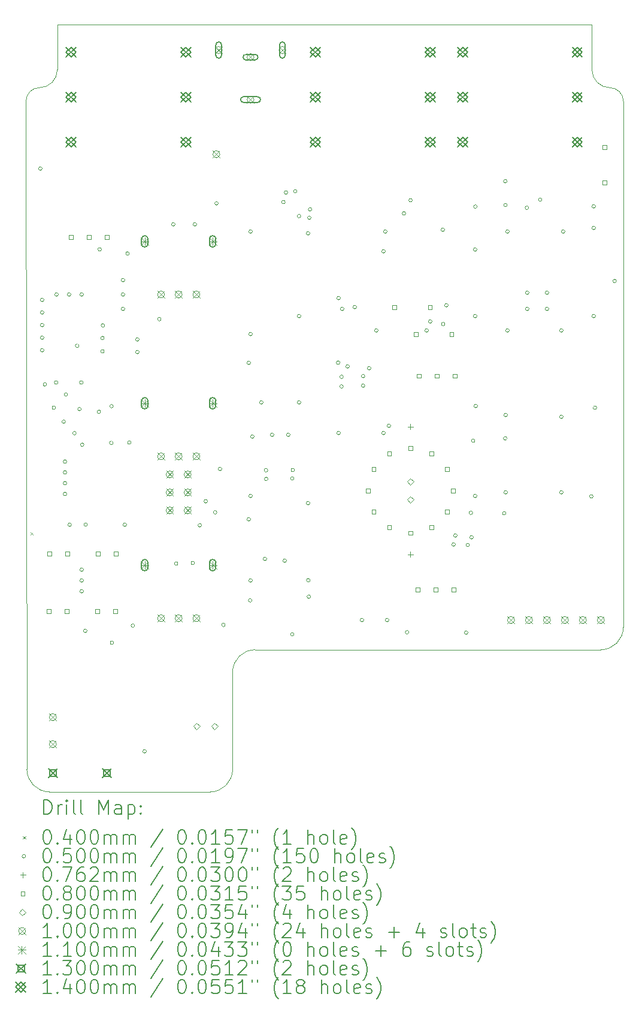
<source format=gbr>
%FSLAX45Y45*%
G04 Gerber Fmt 4.5, Leading zero omitted, Abs format (unit mm)*
G04 Created by KiCad (PCBNEW 6.0.5+dfsg-1~bpo11+1) date 2023-01-30 19:55:39*
%MOMM*%
%LPD*%
G01*
G04 APERTURE LIST*
%TA.AperFunction,Profile*%
%ADD10C,0.100000*%
%TD*%
%ADD11C,0.200000*%
%ADD12C,0.040000*%
%ADD13C,0.050000*%
%ADD14C,0.076200*%
%ADD15C,0.080000*%
%ADD16C,0.090000*%
%ADD17C,0.100000*%
%ADD18C,0.110000*%
%ADD19C,0.130000*%
%ADD20C,0.140000*%
G04 APERTURE END LIST*
D10*
X18923000Y-13398500D02*
G75*
G03*
X19240500Y-13081000I0J317500D01*
G01*
X18923000Y-13398500D02*
X14033500Y-13398500D01*
X11239500Y-5207000D02*
X11239500Y-4572000D01*
X14033500Y-13398500D02*
G75*
G03*
X13716000Y-13716000I0J-317500D01*
G01*
X18796000Y-5207000D02*
G75*
G03*
X19050000Y-5461000I254000J0D01*
G01*
X19240500Y-5651500D02*
X19240500Y-13081000D01*
X10985500Y-5461000D02*
G75*
G03*
X10795000Y-5651500I0J-190500D01*
G01*
X10985500Y-5461000D02*
G75*
G03*
X11239500Y-5207000I0J254000D01*
G01*
X11239500Y-4572000D02*
X18796000Y-4572000D01*
X11125200Y-15405100D02*
X13398500Y-15406114D01*
X19240500Y-5651500D02*
G75*
G03*
X19050000Y-5461000I-190500J0D01*
G01*
X10807700Y-15087600D02*
G75*
G03*
X11125200Y-15405100I317500J0D01*
G01*
X10807700Y-15087600D02*
X10795000Y-5651500D01*
X18796000Y-5207000D02*
X18796000Y-4572000D01*
X13717014Y-15087600D02*
X13716000Y-13716000D01*
X13398500Y-15406114D02*
G75*
G03*
X13717014Y-15087600I0J318514D01*
G01*
D11*
D12*
X10856280Y-11737660D02*
X10896280Y-11777660D01*
X10896280Y-11737660D02*
X10856280Y-11777660D01*
D13*
X11023200Y-6604000D02*
G75*
G03*
X11023200Y-6604000I-25000J0D01*
G01*
X11048600Y-8458200D02*
G75*
G03*
X11048600Y-8458200I-25000J0D01*
G01*
X11048600Y-8636000D02*
G75*
G03*
X11048600Y-8636000I-25000J0D01*
G01*
X11048600Y-8813800D02*
G75*
G03*
X11048600Y-8813800I-25000J0D01*
G01*
X11048600Y-8991600D02*
G75*
G03*
X11048600Y-8991600I-25000J0D01*
G01*
X11048600Y-9169400D02*
G75*
G03*
X11048600Y-9169400I-25000J0D01*
G01*
X11086700Y-9652000D02*
G75*
G03*
X11086700Y-9652000I-25000J0D01*
G01*
X11213700Y-9979660D02*
G75*
G03*
X11213700Y-9979660I-25000J0D01*
G01*
X11246720Y-9624060D02*
G75*
G03*
X11246720Y-9624060I-25000J0D01*
G01*
X11251800Y-8382000D02*
G75*
G03*
X11251800Y-8382000I-25000J0D01*
G01*
X11353400Y-10177780D02*
G75*
G03*
X11353400Y-10177780I-25000J0D01*
G01*
X11371180Y-10741660D02*
G75*
G03*
X11371180Y-10741660I-25000J0D01*
G01*
X11371180Y-10894060D02*
G75*
G03*
X11371180Y-10894060I-25000J0D01*
G01*
X11371180Y-11046460D02*
G75*
G03*
X11371180Y-11046460I-25000J0D01*
G01*
X11371180Y-11198860D02*
G75*
G03*
X11371180Y-11198860I-25000J0D01*
G01*
X11383880Y-9794240D02*
G75*
G03*
X11383880Y-9794240I-25000J0D01*
G01*
X11429600Y-8382000D02*
G75*
G03*
X11429600Y-8382000I-25000J0D01*
G01*
X11437220Y-11633200D02*
G75*
G03*
X11437220Y-11633200I-25000J0D01*
G01*
X11505800Y-10340340D02*
G75*
G03*
X11505800Y-10340340I-25000J0D01*
G01*
X11543900Y-9105900D02*
G75*
G03*
X11543900Y-9105900I-25000J0D01*
G01*
X11576920Y-9999980D02*
G75*
G03*
X11576920Y-9999980I-25000J0D01*
G01*
X11602320Y-9624060D02*
G75*
G03*
X11602320Y-9624060I-25000J0D01*
G01*
X11607400Y-8382000D02*
G75*
G03*
X11607400Y-8382000I-25000J0D01*
G01*
X11607400Y-12268200D02*
G75*
G03*
X11607400Y-12268200I-25000J0D01*
G01*
X11607400Y-12420600D02*
G75*
G03*
X11607400Y-12420600I-25000J0D01*
G01*
X11607400Y-12573000D02*
G75*
G03*
X11607400Y-12573000I-25000J0D01*
G01*
X11615020Y-10502900D02*
G75*
G03*
X11615020Y-10502900I-25000J0D01*
G01*
X11658200Y-13131800D02*
G75*
G03*
X11658200Y-13131800I-25000J0D01*
G01*
X11663280Y-11633200D02*
G75*
G03*
X11663280Y-11633200I-25000J0D01*
G01*
X11851240Y-10038080D02*
G75*
G03*
X11851240Y-10038080I-25000J0D01*
G01*
X11861400Y-7744460D02*
G75*
G03*
X11861400Y-7744460I-25000J0D01*
G01*
X11902040Y-8996680D02*
G75*
G03*
X11902040Y-8996680I-25000J0D01*
G01*
X11902040Y-9184640D02*
G75*
G03*
X11902040Y-9184640I-25000J0D01*
G01*
X11907120Y-8818880D02*
G75*
G03*
X11907120Y-8818880I-25000J0D01*
G01*
X12026500Y-10477500D02*
G75*
G03*
X12026500Y-10477500I-25000J0D01*
G01*
X12029040Y-9959340D02*
G75*
G03*
X12029040Y-9959340I-25000J0D01*
G01*
X12034120Y-13299440D02*
G75*
G03*
X12034120Y-13299440I-25000J0D01*
G01*
X12191600Y-8178800D02*
G75*
G03*
X12191600Y-8178800I-25000J0D01*
G01*
X12191600Y-8382000D02*
G75*
G03*
X12191600Y-8382000I-25000J0D01*
G01*
X12191600Y-8585200D02*
G75*
G03*
X12191600Y-8585200I-25000J0D01*
G01*
X12217000Y-11633200D02*
G75*
G03*
X12217000Y-11633200I-25000J0D01*
G01*
X12255100Y-7802880D02*
G75*
G03*
X12255100Y-7802880I-25000J0D01*
G01*
X12280500Y-10472420D02*
G75*
G03*
X12280500Y-10472420I-25000J0D01*
G01*
X12331300Y-13058140D02*
G75*
G03*
X12331300Y-13058140I-25000J0D01*
G01*
X12394800Y-9017000D02*
G75*
G03*
X12394800Y-9017000I-25000J0D01*
G01*
X12394800Y-9194800D02*
G75*
G03*
X12394800Y-9194800I-25000J0D01*
G01*
X12496400Y-14833600D02*
G75*
G03*
X12496400Y-14833600I-25000J0D01*
G01*
X12705250Y-8729410D02*
G75*
G03*
X12705250Y-8729410I-25000J0D01*
G01*
X12902800Y-7391400D02*
G75*
G03*
X12902800Y-7391400I-25000J0D01*
G01*
X12943440Y-12181840D02*
G75*
G03*
X12943440Y-12181840I-25000J0D01*
G01*
X13177413Y-12173188D02*
G75*
G03*
X13177413Y-12173188I-25000J0D01*
G01*
X13207600Y-7391400D02*
G75*
G03*
X13207600Y-7391400I-25000J0D01*
G01*
X13277071Y-11641711D02*
G75*
G03*
X13277071Y-11641711I-25000J0D01*
G01*
X13361400Y-11303000D02*
G75*
G03*
X13361400Y-11303000I-25000J0D01*
G01*
X13494620Y-11457940D02*
G75*
G03*
X13494620Y-11457940I-25000J0D01*
G01*
X13513942Y-7095350D02*
G75*
G03*
X13513942Y-7095350I-25000J0D01*
G01*
X13563200Y-10845800D02*
G75*
G03*
X13563200Y-10845800I-25000J0D01*
G01*
X13611460Y-13047980D02*
G75*
G03*
X13611460Y-13047980I-25000J0D01*
G01*
X13969600Y-9347200D02*
G75*
G03*
X13969600Y-9347200I-25000J0D01*
G01*
X13969600Y-11557000D02*
G75*
G03*
X13969600Y-11557000I-25000J0D01*
G01*
X13990085Y-12701486D02*
G75*
G03*
X13990085Y-12701486I-25000J0D01*
G01*
X13995000Y-7493000D02*
G75*
G03*
X13995000Y-7493000I-25000J0D01*
G01*
X13995000Y-8940800D02*
G75*
G03*
X13995000Y-8940800I-25000J0D01*
G01*
X13995000Y-11226800D02*
G75*
G03*
X13995000Y-11226800I-25000J0D01*
G01*
X13995000Y-12420600D02*
G75*
G03*
X13995000Y-12420600I-25000J0D01*
G01*
X14020400Y-10388600D02*
G75*
G03*
X14020400Y-10388600I-25000J0D01*
G01*
X14147400Y-9906000D02*
G75*
G03*
X14147400Y-9906000I-25000J0D01*
G01*
X14198200Y-12115800D02*
G75*
G03*
X14198200Y-12115800I-25000J0D01*
G01*
X14213440Y-10863580D02*
G75*
G03*
X14213440Y-10863580I-25000J0D01*
G01*
X14215772Y-10986050D02*
G75*
G03*
X14215772Y-10986050I-25000J0D01*
G01*
X14299800Y-10363200D02*
G75*
G03*
X14299800Y-10363200I-25000J0D01*
G01*
X14459659Y-7077036D02*
G75*
G03*
X14459659Y-7077036I-25000J0D01*
G01*
X14477600Y-12141200D02*
G75*
G03*
X14477600Y-12141200I-25000J0D01*
G01*
X14495380Y-6941820D02*
G75*
G03*
X14495380Y-6941820I-25000J0D01*
G01*
X14528400Y-10363200D02*
G75*
G03*
X14528400Y-10363200I-25000J0D01*
G01*
X14584280Y-10980420D02*
G75*
G03*
X14584280Y-10980420I-25000J0D01*
G01*
X14584280Y-13182600D02*
G75*
G03*
X14584280Y-13182600I-25000J0D01*
G01*
X14591416Y-10860682D02*
G75*
G03*
X14591416Y-10860682I-25000J0D01*
G01*
X14627460Y-6924040D02*
G75*
G03*
X14627460Y-6924040I-25000J0D01*
G01*
X14680800Y-7274560D02*
G75*
G03*
X14680800Y-7274560I-25000J0D01*
G01*
X14680800Y-8686800D02*
G75*
G03*
X14680800Y-8686800I-25000J0D01*
G01*
X14680800Y-9906000D02*
G75*
G03*
X14680800Y-9906000I-25000J0D01*
G01*
X14807800Y-7518400D02*
G75*
G03*
X14807800Y-7518400I-25000J0D01*
G01*
X14807800Y-11328400D02*
G75*
G03*
X14807800Y-11328400I-25000J0D01*
G01*
X14811231Y-12417169D02*
G75*
G03*
X14811231Y-12417169I-25000J0D01*
G01*
X14818550Y-12649200D02*
G75*
G03*
X14818550Y-12649200I-25000J0D01*
G01*
X14825959Y-7299581D02*
G75*
G03*
X14825959Y-7299581I-25000J0D01*
G01*
X14835927Y-7180046D02*
G75*
G03*
X14835927Y-7180046I-25000J0D01*
G01*
X15233913Y-9344357D02*
G75*
G03*
X15233913Y-9344357I-25000J0D01*
G01*
X15239600Y-8432800D02*
G75*
G03*
X15239600Y-8432800I-25000J0D01*
G01*
X15239600Y-10337800D02*
G75*
G03*
X15239600Y-10337800I-25000J0D01*
G01*
X15281650Y-9544193D02*
G75*
G03*
X15281650Y-9544193I-25000J0D01*
G01*
X15281650Y-9680231D02*
G75*
G03*
X15281650Y-9680231I-25000J0D01*
G01*
X15290400Y-8585200D02*
G75*
G03*
X15290400Y-8585200I-25000J0D01*
G01*
X15366600Y-9398000D02*
G75*
G03*
X15366600Y-9398000I-25000J0D01*
G01*
X15468200Y-8559800D02*
G75*
G03*
X15468200Y-8559800I-25000J0D01*
G01*
X15569800Y-12979400D02*
G75*
G03*
X15569800Y-12979400I-25000J0D01*
G01*
X15586450Y-9534195D02*
G75*
G03*
X15586450Y-9534195I-25000J0D01*
G01*
X15586450Y-9668724D02*
G75*
G03*
X15586450Y-9668724I-25000J0D01*
G01*
X15671400Y-9423400D02*
G75*
G03*
X15671400Y-9423400I-25000J0D01*
G01*
X15773000Y-8890000D02*
G75*
G03*
X15773000Y-8890000I-25000J0D01*
G01*
X15874600Y-7772400D02*
G75*
G03*
X15874600Y-7772400I-25000J0D01*
G01*
X15874600Y-10337800D02*
G75*
G03*
X15874600Y-10337800I-25000J0D01*
G01*
X15900000Y-7493000D02*
G75*
G03*
X15900000Y-7493000I-25000J0D01*
G01*
X15925400Y-12979400D02*
G75*
G03*
X15925400Y-12979400I-25000J0D01*
G01*
X15950800Y-10236200D02*
G75*
G03*
X15950800Y-10236200I-25000J0D01*
G01*
X16164160Y-7236460D02*
G75*
G03*
X16164160Y-7236460I-25000J0D01*
G01*
X16207340Y-13152120D02*
G75*
G03*
X16207340Y-13152120I-25000J0D01*
G01*
X16258140Y-7051040D02*
G75*
G03*
X16258140Y-7051040I-25000J0D01*
G01*
X16484200Y-8890000D02*
G75*
G03*
X16484200Y-8890000I-25000J0D01*
G01*
X16535000Y-8763000D02*
G75*
G03*
X16535000Y-8763000I-25000J0D01*
G01*
X16712800Y-7467600D02*
G75*
G03*
X16712800Y-7467600I-25000J0D01*
G01*
X16718413Y-8798930D02*
G75*
G03*
X16718413Y-8798930I-25000J0D01*
G01*
X16763600Y-8534400D02*
G75*
G03*
X16763600Y-8534400I-25000J0D01*
G01*
X16865200Y-11912600D02*
G75*
G03*
X16865200Y-11912600I-25000J0D01*
G01*
X16890600Y-11785600D02*
G75*
G03*
X16890600Y-11785600I-25000J0D01*
G01*
X17043000Y-13157200D02*
G75*
G03*
X17043000Y-13157200I-25000J0D01*
G01*
X17065557Y-11918287D02*
G75*
G03*
X17065557Y-11918287I-25000J0D01*
G01*
X17109040Y-11465560D02*
G75*
G03*
X17109040Y-11465560I-25000J0D01*
G01*
X17119200Y-11811000D02*
G75*
G03*
X17119200Y-11811000I-25000J0D01*
G01*
X17142060Y-10447020D02*
G75*
G03*
X17142060Y-10447020I-25000J0D01*
G01*
X17170000Y-7747000D02*
G75*
G03*
X17170000Y-7747000I-25000J0D01*
G01*
X17170000Y-8686800D02*
G75*
G03*
X17170000Y-8686800I-25000J0D01*
G01*
X17170000Y-11226800D02*
G75*
G03*
X17170000Y-11226800I-25000J0D01*
G01*
X17173572Y-7140972D02*
G75*
G03*
X17173572Y-7140972I-25000J0D01*
G01*
X17178750Y-9956800D02*
G75*
G03*
X17178750Y-9956800I-25000J0D01*
G01*
X17581095Y-11472050D02*
G75*
G03*
X17581095Y-11472050I-25000J0D01*
G01*
X17595200Y-10414000D02*
G75*
G03*
X17595200Y-10414000I-25000J0D01*
G01*
X17596720Y-6781800D02*
G75*
G03*
X17596720Y-6781800I-25000J0D01*
G01*
X17599260Y-7117080D02*
G75*
G03*
X17599260Y-7117080I-25000J0D01*
G01*
X17601800Y-10083800D02*
G75*
G03*
X17601800Y-10083800I-25000J0D01*
G01*
X17601800Y-11176000D02*
G75*
G03*
X17601800Y-11176000I-25000J0D01*
G01*
X17627200Y-7493000D02*
G75*
G03*
X17627200Y-7493000I-25000J0D01*
G01*
X17627200Y-8890000D02*
G75*
G03*
X17627200Y-8890000I-25000J0D01*
G01*
X17901520Y-7157720D02*
G75*
G03*
X17901520Y-7157720I-25000J0D01*
G01*
X17906600Y-8356600D02*
G75*
G03*
X17906600Y-8356600I-25000J0D01*
G01*
X17906600Y-8585200D02*
G75*
G03*
X17906600Y-8585200I-25000J0D01*
G01*
X18089480Y-7043420D02*
G75*
G03*
X18089480Y-7043420I-25000J0D01*
G01*
X18186000Y-8356600D02*
G75*
G03*
X18186000Y-8356600I-25000J0D01*
G01*
X18186000Y-8585200D02*
G75*
G03*
X18186000Y-8585200I-25000J0D01*
G01*
X18389200Y-8890000D02*
G75*
G03*
X18389200Y-8890000I-25000J0D01*
G01*
X18389200Y-10109200D02*
G75*
G03*
X18389200Y-10109200I-25000J0D01*
G01*
X18389200Y-11176000D02*
G75*
G03*
X18389200Y-11176000I-25000J0D01*
G01*
X18414600Y-7493000D02*
G75*
G03*
X18414600Y-7493000I-25000J0D01*
G01*
X18812250Y-11233007D02*
G75*
G03*
X18812250Y-11233007I-25000J0D01*
G01*
X18846400Y-7137400D02*
G75*
G03*
X18846400Y-7137400I-25000J0D01*
G01*
X18846400Y-7442200D02*
G75*
G03*
X18846400Y-7442200I-25000J0D01*
G01*
X18846400Y-8686800D02*
G75*
G03*
X18846400Y-8686800I-25000J0D01*
G01*
X18863050Y-9980736D02*
G75*
G03*
X18863050Y-9980736I-25000J0D01*
G01*
X19142450Y-8191914D02*
G75*
G03*
X19142450Y-8191914I-25000J0D01*
G01*
D14*
X16230600Y-10212500D02*
X16230600Y-10288700D01*
X16192500Y-10250600D02*
X16268700Y-10250600D01*
X16230600Y-12012500D02*
X16230600Y-12088700D01*
X16192500Y-12050600D02*
X16268700Y-12050600D01*
D15*
X11148723Y-12880684D02*
X11148723Y-12824115D01*
X11092154Y-12824115D01*
X11092154Y-12880684D01*
X11148723Y-12880684D01*
X11157485Y-12067884D02*
X11157485Y-12011315D01*
X11100916Y-12011315D01*
X11100916Y-12067884D01*
X11157485Y-12067884D01*
X11398722Y-12880684D02*
X11398722Y-12824115D01*
X11342153Y-12824115D01*
X11342153Y-12880684D01*
X11398722Y-12880684D01*
X11407484Y-12067884D02*
X11407484Y-12011315D01*
X11350915Y-12011315D01*
X11350915Y-12067884D01*
X11407484Y-12067884D01*
X11457284Y-7597484D02*
X11457284Y-7540915D01*
X11400715Y-7540915D01*
X11400715Y-7597484D01*
X11457284Y-7597484D01*
X11711284Y-7597484D02*
X11711284Y-7540915D01*
X11654715Y-7540915D01*
X11654715Y-7597484D01*
X11711284Y-7597484D01*
X11834522Y-12880684D02*
X11834522Y-12824115D01*
X11777953Y-12824115D01*
X11777953Y-12880684D01*
X11834522Y-12880684D01*
X11843284Y-12067884D02*
X11843284Y-12011315D01*
X11786715Y-12011315D01*
X11786715Y-12067884D01*
X11843284Y-12067884D01*
X11965284Y-7597484D02*
X11965284Y-7540915D01*
X11908715Y-7540915D01*
X11908715Y-7597484D01*
X11965284Y-7597484D01*
X12084522Y-12880684D02*
X12084522Y-12824115D01*
X12027953Y-12824115D01*
X12027953Y-12880684D01*
X12084522Y-12880684D01*
X12093284Y-12067884D02*
X12093284Y-12011315D01*
X12036715Y-12011315D01*
X12036715Y-12067884D01*
X12093284Y-12067884D01*
X15658884Y-11178885D02*
X15658884Y-11122316D01*
X15602315Y-11122316D01*
X15602315Y-11178885D01*
X15658884Y-11178885D01*
X15739269Y-10878885D02*
X15739269Y-10822316D01*
X15682700Y-10822316D01*
X15682700Y-10878885D01*
X15739269Y-10878885D01*
X15739269Y-11478884D02*
X15739269Y-11422315D01*
X15682700Y-11422315D01*
X15682700Y-11478884D01*
X15739269Y-11478884D01*
X15958884Y-10659269D02*
X15958884Y-10602700D01*
X15902315Y-10602700D01*
X15902315Y-10659269D01*
X15958884Y-10659269D01*
X15958884Y-11698500D02*
X15958884Y-11641931D01*
X15902315Y-11641931D01*
X15902315Y-11698500D01*
X15958884Y-11698500D01*
X16034284Y-8588085D02*
X16034284Y-8531516D01*
X15977715Y-8531516D01*
X15977715Y-8588085D01*
X16034284Y-8588085D01*
X16258884Y-10578885D02*
X16258884Y-10522316D01*
X16202315Y-10522316D01*
X16202315Y-10578885D01*
X16258884Y-10578885D01*
X16258884Y-11778884D02*
X16258884Y-11722315D01*
X16202315Y-11722315D01*
X16202315Y-11778884D01*
X16258884Y-11778884D01*
X16339084Y-8969085D02*
X16339084Y-8912516D01*
X16282515Y-8912516D01*
X16282515Y-8969085D01*
X16339084Y-8969085D01*
X16359484Y-12575884D02*
X16359484Y-12519315D01*
X16302915Y-12519315D01*
X16302915Y-12575884D01*
X16359484Y-12575884D01*
X16379584Y-9559585D02*
X16379584Y-9503016D01*
X16323015Y-9503016D01*
X16323015Y-9559585D01*
X16379584Y-9559585D01*
X16534284Y-8588085D02*
X16534284Y-8531516D01*
X16477715Y-8531516D01*
X16477715Y-8588085D01*
X16534284Y-8588085D01*
X16558884Y-11698500D02*
X16558884Y-11641931D01*
X16502315Y-11641931D01*
X16502315Y-11698500D01*
X16558884Y-11698500D01*
X16558884Y-10659269D02*
X16558884Y-10602700D01*
X16502315Y-10602700D01*
X16502315Y-10659269D01*
X16558884Y-10659269D01*
X16613484Y-12575884D02*
X16613484Y-12519315D01*
X16556915Y-12519315D01*
X16556915Y-12575884D01*
X16613484Y-12575884D01*
X16633584Y-9559585D02*
X16633584Y-9503016D01*
X16577015Y-9503016D01*
X16577015Y-9559585D01*
X16633584Y-9559585D01*
X16778500Y-10878885D02*
X16778500Y-10822316D01*
X16721931Y-10822316D01*
X16721931Y-10878885D01*
X16778500Y-10878885D01*
X16778500Y-11478884D02*
X16778500Y-11422315D01*
X16721931Y-11422315D01*
X16721931Y-11478884D01*
X16778500Y-11478884D01*
X16839085Y-8969085D02*
X16839085Y-8912516D01*
X16782516Y-8912516D01*
X16782516Y-8969085D01*
X16839085Y-8969085D01*
X16858885Y-11178885D02*
X16858885Y-11122316D01*
X16802316Y-11122316D01*
X16802316Y-11178885D01*
X16858885Y-11178885D01*
X16867485Y-12575884D02*
X16867485Y-12519315D01*
X16810916Y-12519315D01*
X16810916Y-12575884D01*
X16867485Y-12575884D01*
X16887585Y-9559585D02*
X16887585Y-9503016D01*
X16831016Y-9503016D01*
X16831016Y-9559585D01*
X16887585Y-9559585D01*
X19002085Y-6327484D02*
X19002085Y-6270915D01*
X18945516Y-6270915D01*
X18945516Y-6327484D01*
X19002085Y-6327484D01*
X19002085Y-6827484D02*
X19002085Y-6770915D01*
X18945516Y-6770915D01*
X18945516Y-6827484D01*
X19002085Y-6827484D01*
D16*
X13207500Y-14523000D02*
X13252500Y-14478000D01*
X13207500Y-14433000D01*
X13162500Y-14478000D01*
X13207500Y-14523000D01*
X13461500Y-14523000D02*
X13506500Y-14478000D01*
X13461500Y-14433000D01*
X13416500Y-14478000D01*
X13461500Y-14523000D01*
X16230600Y-11068600D02*
X16275600Y-11023600D01*
X16230600Y-10978600D01*
X16185600Y-11023600D01*
X16230600Y-11068600D01*
X16230600Y-11322600D02*
X16275600Y-11277600D01*
X16230600Y-11232600D01*
X16185600Y-11277600D01*
X16230600Y-11322600D01*
D17*
X11126000Y-14301000D02*
X11226000Y-14401000D01*
X11226000Y-14301000D02*
X11126000Y-14401000D01*
X11226000Y-14351000D02*
G75*
G03*
X11226000Y-14351000I-50000J0D01*
G01*
X11126000Y-14682000D02*
X11226000Y-14782000D01*
X11226000Y-14682000D02*
X11126000Y-14782000D01*
X11226000Y-14732000D02*
G75*
G03*
X11226000Y-14732000I-50000J0D01*
G01*
X12654000Y-8332000D02*
X12754000Y-8432000D01*
X12754000Y-8332000D02*
X12654000Y-8432000D01*
X12754000Y-8382000D02*
G75*
G03*
X12754000Y-8382000I-50000J0D01*
G01*
X12654000Y-10618000D02*
X12754000Y-10718000D01*
X12754000Y-10618000D02*
X12654000Y-10718000D01*
X12754000Y-10668000D02*
G75*
G03*
X12754000Y-10668000I-50000J0D01*
G01*
X12654000Y-12904000D02*
X12754000Y-13004000D01*
X12754000Y-12904000D02*
X12654000Y-13004000D01*
X12754000Y-12954000D02*
G75*
G03*
X12754000Y-12954000I-50000J0D01*
G01*
X12777500Y-10873500D02*
X12877500Y-10973500D01*
X12877500Y-10873500D02*
X12777500Y-10973500D01*
X12877500Y-10923500D02*
G75*
G03*
X12877500Y-10923500I-50000J0D01*
G01*
X12777500Y-11127500D02*
X12877500Y-11227500D01*
X12877500Y-11127500D02*
X12777500Y-11227500D01*
X12877500Y-11177500D02*
G75*
G03*
X12877500Y-11177500I-50000J0D01*
G01*
X12777500Y-11381500D02*
X12877500Y-11481500D01*
X12877500Y-11381500D02*
X12777500Y-11481500D01*
X12877500Y-11431500D02*
G75*
G03*
X12877500Y-11431500I-50000J0D01*
G01*
X12904000Y-8332000D02*
X13004000Y-8432000D01*
X13004000Y-8332000D02*
X12904000Y-8432000D01*
X13004000Y-8382000D02*
G75*
G03*
X13004000Y-8382000I-50000J0D01*
G01*
X12904000Y-10618000D02*
X13004000Y-10718000D01*
X13004000Y-10618000D02*
X12904000Y-10718000D01*
X13004000Y-10668000D02*
G75*
G03*
X13004000Y-10668000I-50000J0D01*
G01*
X12904000Y-12904000D02*
X13004000Y-13004000D01*
X13004000Y-12904000D02*
X12904000Y-13004000D01*
X13004000Y-12954000D02*
G75*
G03*
X13004000Y-12954000I-50000J0D01*
G01*
X13031500Y-10873500D02*
X13131500Y-10973500D01*
X13131500Y-10873500D02*
X13031500Y-10973500D01*
X13131500Y-10923500D02*
G75*
G03*
X13131500Y-10923500I-50000J0D01*
G01*
X13031500Y-11127500D02*
X13131500Y-11227500D01*
X13131500Y-11127500D02*
X13031500Y-11227500D01*
X13131500Y-11177500D02*
G75*
G03*
X13131500Y-11177500I-50000J0D01*
G01*
X13031500Y-11381500D02*
X13131500Y-11481500D01*
X13131500Y-11381500D02*
X13031500Y-11481500D01*
X13131500Y-11431500D02*
G75*
G03*
X13131500Y-11431500I-50000J0D01*
G01*
X13154000Y-8332000D02*
X13254000Y-8432000D01*
X13254000Y-8332000D02*
X13154000Y-8432000D01*
X13254000Y-8382000D02*
G75*
G03*
X13254000Y-8382000I-50000J0D01*
G01*
X13154000Y-10618000D02*
X13254000Y-10718000D01*
X13254000Y-10618000D02*
X13154000Y-10718000D01*
X13254000Y-10668000D02*
G75*
G03*
X13254000Y-10668000I-50000J0D01*
G01*
X13154000Y-12904000D02*
X13254000Y-13004000D01*
X13254000Y-12904000D02*
X13154000Y-13004000D01*
X13254000Y-12954000D02*
G75*
G03*
X13254000Y-12954000I-50000J0D01*
G01*
X13437400Y-6350800D02*
X13537400Y-6450800D01*
X13537400Y-6350800D02*
X13437400Y-6450800D01*
X13537400Y-6400800D02*
G75*
G03*
X13537400Y-6400800I-50000J0D01*
G01*
X13470000Y-4880000D02*
X13570000Y-4980000D01*
X13570000Y-4880000D02*
X13470000Y-4980000D01*
X13570000Y-4930000D02*
G75*
G03*
X13570000Y-4930000I-50000J0D01*
G01*
D11*
X13480000Y-4855000D02*
X13480000Y-5005000D01*
X13560000Y-4855000D02*
X13560000Y-5005000D01*
X13480000Y-5005000D02*
G75*
G03*
X13560000Y-5005000I40000J0D01*
G01*
X13560000Y-4855000D02*
G75*
G03*
X13480000Y-4855000I-40000J0D01*
G01*
D17*
X13920000Y-4980000D02*
X14020000Y-5080000D01*
X14020000Y-4980000D02*
X13920000Y-5080000D01*
X14020000Y-5030000D02*
G75*
G03*
X14020000Y-5030000I-50000J0D01*
G01*
D11*
X13905000Y-5070000D02*
X14035000Y-5070000D01*
X13905000Y-4990000D02*
X14035000Y-4990000D01*
X14035000Y-5070000D02*
G75*
G03*
X14035000Y-4990000I0J40000D01*
G01*
X13905000Y-4990000D02*
G75*
G03*
X13905000Y-5070000I0J-40000D01*
G01*
D17*
X13920000Y-5580000D02*
X14020000Y-5680000D01*
X14020000Y-5580000D02*
X13920000Y-5680000D01*
X14020000Y-5630000D02*
G75*
G03*
X14020000Y-5630000I-50000J0D01*
G01*
D11*
X13870000Y-5670000D02*
X14070000Y-5670000D01*
X13870000Y-5590000D02*
X14070000Y-5590000D01*
X14070000Y-5670000D02*
G75*
G03*
X14070000Y-5590000I0J40000D01*
G01*
X13870000Y-5590000D02*
G75*
G03*
X13870000Y-5670000I0J-40000D01*
G01*
D17*
X14370000Y-4880000D02*
X14470000Y-4980000D01*
X14470000Y-4880000D02*
X14370000Y-4980000D01*
X14470000Y-4930000D02*
G75*
G03*
X14470000Y-4930000I-50000J0D01*
G01*
D11*
X14380000Y-4855000D02*
X14380000Y-5005000D01*
X14460000Y-4855000D02*
X14460000Y-5005000D01*
X14380000Y-5005000D02*
G75*
G03*
X14460000Y-5005000I40000J0D01*
G01*
X14460000Y-4855000D02*
G75*
G03*
X14380000Y-4855000I-40000J0D01*
G01*
D17*
X17603000Y-12929400D02*
X17703000Y-13029400D01*
X17703000Y-12929400D02*
X17603000Y-13029400D01*
X17703000Y-12979400D02*
G75*
G03*
X17703000Y-12979400I-50000J0D01*
G01*
X17857000Y-12929400D02*
X17957000Y-13029400D01*
X17957000Y-12929400D02*
X17857000Y-13029400D01*
X17957000Y-12979400D02*
G75*
G03*
X17957000Y-12979400I-50000J0D01*
G01*
X18111000Y-12929400D02*
X18211000Y-13029400D01*
X18211000Y-12929400D02*
X18111000Y-13029400D01*
X18211000Y-12979400D02*
G75*
G03*
X18211000Y-12979400I-50000J0D01*
G01*
X18365000Y-12929400D02*
X18465000Y-13029400D01*
X18465000Y-12929400D02*
X18365000Y-13029400D01*
X18465000Y-12979400D02*
G75*
G03*
X18465000Y-12979400I-50000J0D01*
G01*
X18619000Y-12929400D02*
X18719000Y-13029400D01*
X18719000Y-12929400D02*
X18619000Y-13029400D01*
X18719000Y-12979400D02*
G75*
G03*
X18719000Y-12979400I-50000J0D01*
G01*
X18873000Y-12929400D02*
X18973000Y-13029400D01*
X18973000Y-12929400D02*
X18873000Y-13029400D01*
X18973000Y-12979400D02*
G75*
G03*
X18973000Y-12979400I-50000J0D01*
G01*
D18*
X12419000Y-7577000D02*
X12529000Y-7687000D01*
X12529000Y-7577000D02*
X12419000Y-7687000D01*
X12474000Y-7577000D02*
X12474000Y-7687000D01*
X12419000Y-7632000D02*
X12529000Y-7632000D01*
D11*
X12519000Y-7667000D02*
X12519000Y-7597000D01*
X12429000Y-7667000D02*
X12429000Y-7597000D01*
X12519000Y-7597000D02*
G75*
G03*
X12429000Y-7597000I-45000J0D01*
G01*
X12429000Y-7667000D02*
G75*
G03*
X12519000Y-7667000I45000J0D01*
G01*
D18*
X12419000Y-9863000D02*
X12529000Y-9973000D01*
X12529000Y-9863000D02*
X12419000Y-9973000D01*
X12474000Y-9863000D02*
X12474000Y-9973000D01*
X12419000Y-9918000D02*
X12529000Y-9918000D01*
D11*
X12519000Y-9953000D02*
X12519000Y-9883000D01*
X12429000Y-9953000D02*
X12429000Y-9883000D01*
X12519000Y-9883000D02*
G75*
G03*
X12429000Y-9883000I-45000J0D01*
G01*
X12429000Y-9953000D02*
G75*
G03*
X12519000Y-9953000I45000J0D01*
G01*
D18*
X12419000Y-12149000D02*
X12529000Y-12259000D01*
X12529000Y-12149000D02*
X12419000Y-12259000D01*
X12474000Y-12149000D02*
X12474000Y-12259000D01*
X12419000Y-12204000D02*
X12529000Y-12204000D01*
D11*
X12519000Y-12239000D02*
X12519000Y-12169000D01*
X12429000Y-12239000D02*
X12429000Y-12169000D01*
X12519000Y-12169000D02*
G75*
G03*
X12429000Y-12169000I-45000J0D01*
G01*
X12429000Y-12239000D02*
G75*
G03*
X12519000Y-12239000I45000J0D01*
G01*
D18*
X13379000Y-7577000D02*
X13489000Y-7687000D01*
X13489000Y-7577000D02*
X13379000Y-7687000D01*
X13434000Y-7577000D02*
X13434000Y-7687000D01*
X13379000Y-7632000D02*
X13489000Y-7632000D01*
D11*
X13479000Y-7667000D02*
X13479000Y-7597000D01*
X13389000Y-7667000D02*
X13389000Y-7597000D01*
X13479000Y-7597000D02*
G75*
G03*
X13389000Y-7597000I-45000J0D01*
G01*
X13389000Y-7667000D02*
G75*
G03*
X13479000Y-7667000I45000J0D01*
G01*
D18*
X13379000Y-9863000D02*
X13489000Y-9973000D01*
X13489000Y-9863000D02*
X13379000Y-9973000D01*
X13434000Y-9863000D02*
X13434000Y-9973000D01*
X13379000Y-9918000D02*
X13489000Y-9918000D01*
D11*
X13479000Y-9953000D02*
X13479000Y-9883000D01*
X13389000Y-9953000D02*
X13389000Y-9883000D01*
X13479000Y-9883000D02*
G75*
G03*
X13389000Y-9883000I-45000J0D01*
G01*
X13389000Y-9953000D02*
G75*
G03*
X13479000Y-9953000I45000J0D01*
G01*
D18*
X13379000Y-12149000D02*
X13489000Y-12259000D01*
X13489000Y-12149000D02*
X13379000Y-12259000D01*
X13434000Y-12149000D02*
X13434000Y-12259000D01*
X13379000Y-12204000D02*
X13489000Y-12204000D01*
D11*
X13479000Y-12239000D02*
X13479000Y-12169000D01*
X13389000Y-12239000D02*
X13389000Y-12169000D01*
X13479000Y-12169000D02*
G75*
G03*
X13389000Y-12169000I-45000J0D01*
G01*
X13389000Y-12239000D02*
G75*
G03*
X13479000Y-12239000I45000J0D01*
G01*
D19*
X11111000Y-15073400D02*
X11241000Y-15203400D01*
X11241000Y-15073400D02*
X11111000Y-15203400D01*
X11221962Y-15184362D02*
X11221962Y-15092438D01*
X11130038Y-15092438D01*
X11130038Y-15184362D01*
X11221962Y-15184362D01*
X11873000Y-15073400D02*
X12003000Y-15203400D01*
X12003000Y-15073400D02*
X11873000Y-15203400D01*
X11983962Y-15184362D02*
X11983962Y-15092438D01*
X11892038Y-15092438D01*
X11892038Y-15184362D01*
X11983962Y-15184362D01*
D20*
X11362600Y-4891500D02*
X11502600Y-5031500D01*
X11502600Y-4891500D02*
X11362600Y-5031500D01*
X11432600Y-5031500D02*
X11502600Y-4961500D01*
X11432600Y-4891500D01*
X11362600Y-4961500D01*
X11432600Y-5031500D01*
X11362600Y-5526500D02*
X11502600Y-5666500D01*
X11502600Y-5526500D02*
X11362600Y-5666500D01*
X11432600Y-5666500D02*
X11502600Y-5596500D01*
X11432600Y-5526500D01*
X11362600Y-5596500D01*
X11432600Y-5666500D01*
X11362600Y-6161500D02*
X11502600Y-6301500D01*
X11502600Y-6161500D02*
X11362600Y-6301500D01*
X11432600Y-6301500D02*
X11502600Y-6231500D01*
X11432600Y-6161500D01*
X11362600Y-6231500D01*
X11432600Y-6301500D01*
X12985600Y-4891500D02*
X13125600Y-5031500D01*
X13125600Y-4891500D02*
X12985600Y-5031500D01*
X13055600Y-5031500D02*
X13125600Y-4961500D01*
X13055600Y-4891500D01*
X12985600Y-4961500D01*
X13055600Y-5031500D01*
X12985600Y-5526500D02*
X13125600Y-5666500D01*
X13125600Y-5526500D02*
X12985600Y-5666500D01*
X13055600Y-5666500D02*
X13125600Y-5596500D01*
X13055600Y-5526500D01*
X12985600Y-5596500D01*
X13055600Y-5666500D01*
X12985600Y-6161500D02*
X13125600Y-6301500D01*
X13125600Y-6161500D02*
X12985600Y-6301500D01*
X13055600Y-6301500D02*
X13125600Y-6231500D01*
X13055600Y-6161500D01*
X12985600Y-6231500D01*
X13055600Y-6301500D01*
X14817000Y-4891500D02*
X14957000Y-5031500D01*
X14957000Y-4891500D02*
X14817000Y-5031500D01*
X14887000Y-5031500D02*
X14957000Y-4961500D01*
X14887000Y-4891500D01*
X14817000Y-4961500D01*
X14887000Y-5031500D01*
X14817000Y-5526500D02*
X14957000Y-5666500D01*
X14957000Y-5526500D02*
X14817000Y-5666500D01*
X14887000Y-5666500D02*
X14957000Y-5596500D01*
X14887000Y-5526500D01*
X14817000Y-5596500D01*
X14887000Y-5666500D01*
X14817000Y-6161500D02*
X14957000Y-6301500D01*
X14957000Y-6161500D02*
X14817000Y-6301500D01*
X14887000Y-6301500D02*
X14957000Y-6231500D01*
X14887000Y-6161500D01*
X14817000Y-6231500D01*
X14887000Y-6301500D01*
X16440000Y-4891500D02*
X16580000Y-5031500D01*
X16580000Y-4891500D02*
X16440000Y-5031500D01*
X16510000Y-5031500D02*
X16580000Y-4961500D01*
X16510000Y-4891500D01*
X16440000Y-4961500D01*
X16510000Y-5031500D01*
X16440000Y-5526500D02*
X16580000Y-5666500D01*
X16580000Y-5526500D02*
X16440000Y-5666500D01*
X16510000Y-5666500D02*
X16580000Y-5596500D01*
X16510000Y-5526500D01*
X16440000Y-5596500D01*
X16510000Y-5666500D01*
X16440000Y-6161500D02*
X16580000Y-6301500D01*
X16580000Y-6161500D02*
X16440000Y-6301500D01*
X16510000Y-6301500D02*
X16580000Y-6231500D01*
X16510000Y-6161500D01*
X16440000Y-6231500D01*
X16510000Y-6301500D01*
X16898500Y-4891500D02*
X17038500Y-5031500D01*
X17038500Y-4891500D02*
X16898500Y-5031500D01*
X16968500Y-5031500D02*
X17038500Y-4961500D01*
X16968500Y-4891500D01*
X16898500Y-4961500D01*
X16968500Y-5031500D01*
X16898500Y-5526500D02*
X17038500Y-5666500D01*
X17038500Y-5526500D02*
X16898500Y-5666500D01*
X16968500Y-5666500D02*
X17038500Y-5596500D01*
X16968500Y-5526500D01*
X16898500Y-5596500D01*
X16968500Y-5666500D01*
X16898500Y-6161500D02*
X17038500Y-6301500D01*
X17038500Y-6161500D02*
X16898500Y-6301500D01*
X16968500Y-6301500D02*
X17038500Y-6231500D01*
X16968500Y-6161500D01*
X16898500Y-6231500D01*
X16968500Y-6301500D01*
X18521500Y-4891500D02*
X18661500Y-5031500D01*
X18661500Y-4891500D02*
X18521500Y-5031500D01*
X18591500Y-5031500D02*
X18661500Y-4961500D01*
X18591500Y-4891500D01*
X18521500Y-4961500D01*
X18591500Y-5031500D01*
X18521500Y-5526500D02*
X18661500Y-5666500D01*
X18661500Y-5526500D02*
X18521500Y-5666500D01*
X18591500Y-5666500D02*
X18661500Y-5596500D01*
X18591500Y-5526500D01*
X18521500Y-5596500D01*
X18591500Y-5666500D01*
X18521500Y-6161500D02*
X18661500Y-6301500D01*
X18661500Y-6161500D02*
X18521500Y-6301500D01*
X18591500Y-6301500D02*
X18661500Y-6231500D01*
X18591500Y-6161500D01*
X18521500Y-6231500D01*
X18591500Y-6301500D01*
D11*
X11047619Y-15721590D02*
X11047619Y-15521590D01*
X11095238Y-15521590D01*
X11123810Y-15531114D01*
X11142857Y-15550162D01*
X11152381Y-15569209D01*
X11161905Y-15607305D01*
X11161905Y-15635876D01*
X11152381Y-15673971D01*
X11142857Y-15693019D01*
X11123810Y-15712067D01*
X11095238Y-15721590D01*
X11047619Y-15721590D01*
X11247619Y-15721590D02*
X11247619Y-15588257D01*
X11247619Y-15626352D02*
X11257143Y-15607305D01*
X11266667Y-15597781D01*
X11285714Y-15588257D01*
X11304762Y-15588257D01*
X11371428Y-15721590D02*
X11371428Y-15588257D01*
X11371428Y-15521590D02*
X11361905Y-15531114D01*
X11371428Y-15540638D01*
X11380952Y-15531114D01*
X11371428Y-15521590D01*
X11371428Y-15540638D01*
X11495238Y-15721590D02*
X11476190Y-15712067D01*
X11466667Y-15693019D01*
X11466667Y-15521590D01*
X11600000Y-15721590D02*
X11580952Y-15712067D01*
X11571428Y-15693019D01*
X11571428Y-15521590D01*
X11828571Y-15721590D02*
X11828571Y-15521590D01*
X11895238Y-15664448D01*
X11961905Y-15521590D01*
X11961905Y-15721590D01*
X12142857Y-15721590D02*
X12142857Y-15616828D01*
X12133333Y-15597781D01*
X12114286Y-15588257D01*
X12076190Y-15588257D01*
X12057143Y-15597781D01*
X12142857Y-15712067D02*
X12123809Y-15721590D01*
X12076190Y-15721590D01*
X12057143Y-15712067D01*
X12047619Y-15693019D01*
X12047619Y-15673971D01*
X12057143Y-15654924D01*
X12076190Y-15645400D01*
X12123809Y-15645400D01*
X12142857Y-15635876D01*
X12238095Y-15588257D02*
X12238095Y-15788257D01*
X12238095Y-15597781D02*
X12257143Y-15588257D01*
X12295238Y-15588257D01*
X12314286Y-15597781D01*
X12323809Y-15607305D01*
X12333333Y-15626352D01*
X12333333Y-15683495D01*
X12323809Y-15702543D01*
X12314286Y-15712067D01*
X12295238Y-15721590D01*
X12257143Y-15721590D01*
X12238095Y-15712067D01*
X12419048Y-15702543D02*
X12428571Y-15712067D01*
X12419048Y-15721590D01*
X12409524Y-15712067D01*
X12419048Y-15702543D01*
X12419048Y-15721590D01*
X12419048Y-15597781D02*
X12428571Y-15607305D01*
X12419048Y-15616828D01*
X12409524Y-15607305D01*
X12419048Y-15597781D01*
X12419048Y-15616828D01*
D12*
X10750000Y-16031114D02*
X10790000Y-16071114D01*
X10790000Y-16031114D02*
X10750000Y-16071114D01*
D11*
X11085714Y-15941590D02*
X11104762Y-15941590D01*
X11123810Y-15951114D01*
X11133333Y-15960638D01*
X11142857Y-15979686D01*
X11152381Y-16017781D01*
X11152381Y-16065400D01*
X11142857Y-16103495D01*
X11133333Y-16122543D01*
X11123810Y-16132067D01*
X11104762Y-16141590D01*
X11085714Y-16141590D01*
X11066667Y-16132067D01*
X11057143Y-16122543D01*
X11047619Y-16103495D01*
X11038095Y-16065400D01*
X11038095Y-16017781D01*
X11047619Y-15979686D01*
X11057143Y-15960638D01*
X11066667Y-15951114D01*
X11085714Y-15941590D01*
X11238095Y-16122543D02*
X11247619Y-16132067D01*
X11238095Y-16141590D01*
X11228571Y-16132067D01*
X11238095Y-16122543D01*
X11238095Y-16141590D01*
X11419048Y-16008257D02*
X11419048Y-16141590D01*
X11371428Y-15932067D02*
X11323809Y-16074924D01*
X11447619Y-16074924D01*
X11561905Y-15941590D02*
X11580952Y-15941590D01*
X11600000Y-15951114D01*
X11609524Y-15960638D01*
X11619048Y-15979686D01*
X11628571Y-16017781D01*
X11628571Y-16065400D01*
X11619048Y-16103495D01*
X11609524Y-16122543D01*
X11600000Y-16132067D01*
X11580952Y-16141590D01*
X11561905Y-16141590D01*
X11542857Y-16132067D01*
X11533333Y-16122543D01*
X11523809Y-16103495D01*
X11514286Y-16065400D01*
X11514286Y-16017781D01*
X11523809Y-15979686D01*
X11533333Y-15960638D01*
X11542857Y-15951114D01*
X11561905Y-15941590D01*
X11752381Y-15941590D02*
X11771428Y-15941590D01*
X11790476Y-15951114D01*
X11800000Y-15960638D01*
X11809524Y-15979686D01*
X11819048Y-16017781D01*
X11819048Y-16065400D01*
X11809524Y-16103495D01*
X11800000Y-16122543D01*
X11790476Y-16132067D01*
X11771428Y-16141590D01*
X11752381Y-16141590D01*
X11733333Y-16132067D01*
X11723809Y-16122543D01*
X11714286Y-16103495D01*
X11704762Y-16065400D01*
X11704762Y-16017781D01*
X11714286Y-15979686D01*
X11723809Y-15960638D01*
X11733333Y-15951114D01*
X11752381Y-15941590D01*
X11904762Y-16141590D02*
X11904762Y-16008257D01*
X11904762Y-16027305D02*
X11914286Y-16017781D01*
X11933333Y-16008257D01*
X11961905Y-16008257D01*
X11980952Y-16017781D01*
X11990476Y-16036828D01*
X11990476Y-16141590D01*
X11990476Y-16036828D02*
X12000000Y-16017781D01*
X12019048Y-16008257D01*
X12047619Y-16008257D01*
X12066667Y-16017781D01*
X12076190Y-16036828D01*
X12076190Y-16141590D01*
X12171428Y-16141590D02*
X12171428Y-16008257D01*
X12171428Y-16027305D02*
X12180952Y-16017781D01*
X12200000Y-16008257D01*
X12228571Y-16008257D01*
X12247619Y-16017781D01*
X12257143Y-16036828D01*
X12257143Y-16141590D01*
X12257143Y-16036828D02*
X12266667Y-16017781D01*
X12285714Y-16008257D01*
X12314286Y-16008257D01*
X12333333Y-16017781D01*
X12342857Y-16036828D01*
X12342857Y-16141590D01*
X12733333Y-15932067D02*
X12561905Y-16189209D01*
X12990476Y-15941590D02*
X13009524Y-15941590D01*
X13028571Y-15951114D01*
X13038095Y-15960638D01*
X13047619Y-15979686D01*
X13057143Y-16017781D01*
X13057143Y-16065400D01*
X13047619Y-16103495D01*
X13038095Y-16122543D01*
X13028571Y-16132067D01*
X13009524Y-16141590D01*
X12990476Y-16141590D01*
X12971428Y-16132067D01*
X12961905Y-16122543D01*
X12952381Y-16103495D01*
X12942857Y-16065400D01*
X12942857Y-16017781D01*
X12952381Y-15979686D01*
X12961905Y-15960638D01*
X12971428Y-15951114D01*
X12990476Y-15941590D01*
X13142857Y-16122543D02*
X13152381Y-16132067D01*
X13142857Y-16141590D01*
X13133333Y-16132067D01*
X13142857Y-16122543D01*
X13142857Y-16141590D01*
X13276190Y-15941590D02*
X13295238Y-15941590D01*
X13314286Y-15951114D01*
X13323809Y-15960638D01*
X13333333Y-15979686D01*
X13342857Y-16017781D01*
X13342857Y-16065400D01*
X13333333Y-16103495D01*
X13323809Y-16122543D01*
X13314286Y-16132067D01*
X13295238Y-16141590D01*
X13276190Y-16141590D01*
X13257143Y-16132067D01*
X13247619Y-16122543D01*
X13238095Y-16103495D01*
X13228571Y-16065400D01*
X13228571Y-16017781D01*
X13238095Y-15979686D01*
X13247619Y-15960638D01*
X13257143Y-15951114D01*
X13276190Y-15941590D01*
X13533333Y-16141590D02*
X13419048Y-16141590D01*
X13476190Y-16141590D02*
X13476190Y-15941590D01*
X13457143Y-15970162D01*
X13438095Y-15989209D01*
X13419048Y-15998733D01*
X13714286Y-15941590D02*
X13619048Y-15941590D01*
X13609524Y-16036828D01*
X13619048Y-16027305D01*
X13638095Y-16017781D01*
X13685714Y-16017781D01*
X13704762Y-16027305D01*
X13714286Y-16036828D01*
X13723809Y-16055876D01*
X13723809Y-16103495D01*
X13714286Y-16122543D01*
X13704762Y-16132067D01*
X13685714Y-16141590D01*
X13638095Y-16141590D01*
X13619048Y-16132067D01*
X13609524Y-16122543D01*
X13790476Y-15941590D02*
X13923809Y-15941590D01*
X13838095Y-16141590D01*
X13990476Y-15941590D02*
X13990476Y-15979686D01*
X14066667Y-15941590D02*
X14066667Y-15979686D01*
X14361905Y-16217781D02*
X14352381Y-16208257D01*
X14333333Y-16179686D01*
X14323809Y-16160638D01*
X14314286Y-16132067D01*
X14304762Y-16084448D01*
X14304762Y-16046352D01*
X14314286Y-15998733D01*
X14323809Y-15970162D01*
X14333333Y-15951114D01*
X14352381Y-15922543D01*
X14361905Y-15913019D01*
X14542857Y-16141590D02*
X14428571Y-16141590D01*
X14485714Y-16141590D02*
X14485714Y-15941590D01*
X14466667Y-15970162D01*
X14447619Y-15989209D01*
X14428571Y-15998733D01*
X14780952Y-16141590D02*
X14780952Y-15941590D01*
X14866667Y-16141590D02*
X14866667Y-16036828D01*
X14857143Y-16017781D01*
X14838095Y-16008257D01*
X14809524Y-16008257D01*
X14790476Y-16017781D01*
X14780952Y-16027305D01*
X14990476Y-16141590D02*
X14971428Y-16132067D01*
X14961905Y-16122543D01*
X14952381Y-16103495D01*
X14952381Y-16046352D01*
X14961905Y-16027305D01*
X14971428Y-16017781D01*
X14990476Y-16008257D01*
X15019048Y-16008257D01*
X15038095Y-16017781D01*
X15047619Y-16027305D01*
X15057143Y-16046352D01*
X15057143Y-16103495D01*
X15047619Y-16122543D01*
X15038095Y-16132067D01*
X15019048Y-16141590D01*
X14990476Y-16141590D01*
X15171428Y-16141590D02*
X15152381Y-16132067D01*
X15142857Y-16113019D01*
X15142857Y-15941590D01*
X15323809Y-16132067D02*
X15304762Y-16141590D01*
X15266667Y-16141590D01*
X15247619Y-16132067D01*
X15238095Y-16113019D01*
X15238095Y-16036828D01*
X15247619Y-16017781D01*
X15266667Y-16008257D01*
X15304762Y-16008257D01*
X15323809Y-16017781D01*
X15333333Y-16036828D01*
X15333333Y-16055876D01*
X15238095Y-16074924D01*
X15400000Y-16217781D02*
X15409524Y-16208257D01*
X15428571Y-16179686D01*
X15438095Y-16160638D01*
X15447619Y-16132067D01*
X15457143Y-16084448D01*
X15457143Y-16046352D01*
X15447619Y-15998733D01*
X15438095Y-15970162D01*
X15428571Y-15951114D01*
X15409524Y-15922543D01*
X15400000Y-15913019D01*
D13*
X10790000Y-16315114D02*
G75*
G03*
X10790000Y-16315114I-25000J0D01*
G01*
D11*
X11085714Y-16205590D02*
X11104762Y-16205590D01*
X11123810Y-16215114D01*
X11133333Y-16224638D01*
X11142857Y-16243686D01*
X11152381Y-16281781D01*
X11152381Y-16329400D01*
X11142857Y-16367495D01*
X11133333Y-16386543D01*
X11123810Y-16396067D01*
X11104762Y-16405590D01*
X11085714Y-16405590D01*
X11066667Y-16396067D01*
X11057143Y-16386543D01*
X11047619Y-16367495D01*
X11038095Y-16329400D01*
X11038095Y-16281781D01*
X11047619Y-16243686D01*
X11057143Y-16224638D01*
X11066667Y-16215114D01*
X11085714Y-16205590D01*
X11238095Y-16386543D02*
X11247619Y-16396067D01*
X11238095Y-16405590D01*
X11228571Y-16396067D01*
X11238095Y-16386543D01*
X11238095Y-16405590D01*
X11428571Y-16205590D02*
X11333333Y-16205590D01*
X11323809Y-16300828D01*
X11333333Y-16291305D01*
X11352381Y-16281781D01*
X11400000Y-16281781D01*
X11419048Y-16291305D01*
X11428571Y-16300828D01*
X11438095Y-16319876D01*
X11438095Y-16367495D01*
X11428571Y-16386543D01*
X11419048Y-16396067D01*
X11400000Y-16405590D01*
X11352381Y-16405590D01*
X11333333Y-16396067D01*
X11323809Y-16386543D01*
X11561905Y-16205590D02*
X11580952Y-16205590D01*
X11600000Y-16215114D01*
X11609524Y-16224638D01*
X11619048Y-16243686D01*
X11628571Y-16281781D01*
X11628571Y-16329400D01*
X11619048Y-16367495D01*
X11609524Y-16386543D01*
X11600000Y-16396067D01*
X11580952Y-16405590D01*
X11561905Y-16405590D01*
X11542857Y-16396067D01*
X11533333Y-16386543D01*
X11523809Y-16367495D01*
X11514286Y-16329400D01*
X11514286Y-16281781D01*
X11523809Y-16243686D01*
X11533333Y-16224638D01*
X11542857Y-16215114D01*
X11561905Y-16205590D01*
X11752381Y-16205590D02*
X11771428Y-16205590D01*
X11790476Y-16215114D01*
X11800000Y-16224638D01*
X11809524Y-16243686D01*
X11819048Y-16281781D01*
X11819048Y-16329400D01*
X11809524Y-16367495D01*
X11800000Y-16386543D01*
X11790476Y-16396067D01*
X11771428Y-16405590D01*
X11752381Y-16405590D01*
X11733333Y-16396067D01*
X11723809Y-16386543D01*
X11714286Y-16367495D01*
X11704762Y-16329400D01*
X11704762Y-16281781D01*
X11714286Y-16243686D01*
X11723809Y-16224638D01*
X11733333Y-16215114D01*
X11752381Y-16205590D01*
X11904762Y-16405590D02*
X11904762Y-16272257D01*
X11904762Y-16291305D02*
X11914286Y-16281781D01*
X11933333Y-16272257D01*
X11961905Y-16272257D01*
X11980952Y-16281781D01*
X11990476Y-16300828D01*
X11990476Y-16405590D01*
X11990476Y-16300828D02*
X12000000Y-16281781D01*
X12019048Y-16272257D01*
X12047619Y-16272257D01*
X12066667Y-16281781D01*
X12076190Y-16300828D01*
X12076190Y-16405590D01*
X12171428Y-16405590D02*
X12171428Y-16272257D01*
X12171428Y-16291305D02*
X12180952Y-16281781D01*
X12200000Y-16272257D01*
X12228571Y-16272257D01*
X12247619Y-16281781D01*
X12257143Y-16300828D01*
X12257143Y-16405590D01*
X12257143Y-16300828D02*
X12266667Y-16281781D01*
X12285714Y-16272257D01*
X12314286Y-16272257D01*
X12333333Y-16281781D01*
X12342857Y-16300828D01*
X12342857Y-16405590D01*
X12733333Y-16196067D02*
X12561905Y-16453209D01*
X12990476Y-16205590D02*
X13009524Y-16205590D01*
X13028571Y-16215114D01*
X13038095Y-16224638D01*
X13047619Y-16243686D01*
X13057143Y-16281781D01*
X13057143Y-16329400D01*
X13047619Y-16367495D01*
X13038095Y-16386543D01*
X13028571Y-16396067D01*
X13009524Y-16405590D01*
X12990476Y-16405590D01*
X12971428Y-16396067D01*
X12961905Y-16386543D01*
X12952381Y-16367495D01*
X12942857Y-16329400D01*
X12942857Y-16281781D01*
X12952381Y-16243686D01*
X12961905Y-16224638D01*
X12971428Y-16215114D01*
X12990476Y-16205590D01*
X13142857Y-16386543D02*
X13152381Y-16396067D01*
X13142857Y-16405590D01*
X13133333Y-16396067D01*
X13142857Y-16386543D01*
X13142857Y-16405590D01*
X13276190Y-16205590D02*
X13295238Y-16205590D01*
X13314286Y-16215114D01*
X13323809Y-16224638D01*
X13333333Y-16243686D01*
X13342857Y-16281781D01*
X13342857Y-16329400D01*
X13333333Y-16367495D01*
X13323809Y-16386543D01*
X13314286Y-16396067D01*
X13295238Y-16405590D01*
X13276190Y-16405590D01*
X13257143Y-16396067D01*
X13247619Y-16386543D01*
X13238095Y-16367495D01*
X13228571Y-16329400D01*
X13228571Y-16281781D01*
X13238095Y-16243686D01*
X13247619Y-16224638D01*
X13257143Y-16215114D01*
X13276190Y-16205590D01*
X13533333Y-16405590D02*
X13419048Y-16405590D01*
X13476190Y-16405590D02*
X13476190Y-16205590D01*
X13457143Y-16234162D01*
X13438095Y-16253209D01*
X13419048Y-16262733D01*
X13628571Y-16405590D02*
X13666667Y-16405590D01*
X13685714Y-16396067D01*
X13695238Y-16386543D01*
X13714286Y-16357971D01*
X13723809Y-16319876D01*
X13723809Y-16243686D01*
X13714286Y-16224638D01*
X13704762Y-16215114D01*
X13685714Y-16205590D01*
X13647619Y-16205590D01*
X13628571Y-16215114D01*
X13619048Y-16224638D01*
X13609524Y-16243686D01*
X13609524Y-16291305D01*
X13619048Y-16310352D01*
X13628571Y-16319876D01*
X13647619Y-16329400D01*
X13685714Y-16329400D01*
X13704762Y-16319876D01*
X13714286Y-16310352D01*
X13723809Y-16291305D01*
X13790476Y-16205590D02*
X13923809Y-16205590D01*
X13838095Y-16405590D01*
X13990476Y-16205590D02*
X13990476Y-16243686D01*
X14066667Y-16205590D02*
X14066667Y-16243686D01*
X14361905Y-16481781D02*
X14352381Y-16472257D01*
X14333333Y-16443686D01*
X14323809Y-16424638D01*
X14314286Y-16396067D01*
X14304762Y-16348448D01*
X14304762Y-16310352D01*
X14314286Y-16262733D01*
X14323809Y-16234162D01*
X14333333Y-16215114D01*
X14352381Y-16186543D01*
X14361905Y-16177019D01*
X14542857Y-16405590D02*
X14428571Y-16405590D01*
X14485714Y-16405590D02*
X14485714Y-16205590D01*
X14466667Y-16234162D01*
X14447619Y-16253209D01*
X14428571Y-16262733D01*
X14723809Y-16205590D02*
X14628571Y-16205590D01*
X14619048Y-16300828D01*
X14628571Y-16291305D01*
X14647619Y-16281781D01*
X14695238Y-16281781D01*
X14714286Y-16291305D01*
X14723809Y-16300828D01*
X14733333Y-16319876D01*
X14733333Y-16367495D01*
X14723809Y-16386543D01*
X14714286Y-16396067D01*
X14695238Y-16405590D01*
X14647619Y-16405590D01*
X14628571Y-16396067D01*
X14619048Y-16386543D01*
X14857143Y-16205590D02*
X14876190Y-16205590D01*
X14895238Y-16215114D01*
X14904762Y-16224638D01*
X14914286Y-16243686D01*
X14923809Y-16281781D01*
X14923809Y-16329400D01*
X14914286Y-16367495D01*
X14904762Y-16386543D01*
X14895238Y-16396067D01*
X14876190Y-16405590D01*
X14857143Y-16405590D01*
X14838095Y-16396067D01*
X14828571Y-16386543D01*
X14819048Y-16367495D01*
X14809524Y-16329400D01*
X14809524Y-16281781D01*
X14819048Y-16243686D01*
X14828571Y-16224638D01*
X14838095Y-16215114D01*
X14857143Y-16205590D01*
X15161905Y-16405590D02*
X15161905Y-16205590D01*
X15247619Y-16405590D02*
X15247619Y-16300828D01*
X15238095Y-16281781D01*
X15219048Y-16272257D01*
X15190476Y-16272257D01*
X15171428Y-16281781D01*
X15161905Y-16291305D01*
X15371428Y-16405590D02*
X15352381Y-16396067D01*
X15342857Y-16386543D01*
X15333333Y-16367495D01*
X15333333Y-16310352D01*
X15342857Y-16291305D01*
X15352381Y-16281781D01*
X15371428Y-16272257D01*
X15400000Y-16272257D01*
X15419048Y-16281781D01*
X15428571Y-16291305D01*
X15438095Y-16310352D01*
X15438095Y-16367495D01*
X15428571Y-16386543D01*
X15419048Y-16396067D01*
X15400000Y-16405590D01*
X15371428Y-16405590D01*
X15552381Y-16405590D02*
X15533333Y-16396067D01*
X15523809Y-16377019D01*
X15523809Y-16205590D01*
X15704762Y-16396067D02*
X15685714Y-16405590D01*
X15647619Y-16405590D01*
X15628571Y-16396067D01*
X15619048Y-16377019D01*
X15619048Y-16300828D01*
X15628571Y-16281781D01*
X15647619Y-16272257D01*
X15685714Y-16272257D01*
X15704762Y-16281781D01*
X15714286Y-16300828D01*
X15714286Y-16319876D01*
X15619048Y-16338924D01*
X15790476Y-16396067D02*
X15809524Y-16405590D01*
X15847619Y-16405590D01*
X15866667Y-16396067D01*
X15876190Y-16377019D01*
X15876190Y-16367495D01*
X15866667Y-16348448D01*
X15847619Y-16338924D01*
X15819048Y-16338924D01*
X15800000Y-16329400D01*
X15790476Y-16310352D01*
X15790476Y-16300828D01*
X15800000Y-16281781D01*
X15819048Y-16272257D01*
X15847619Y-16272257D01*
X15866667Y-16281781D01*
X15942857Y-16481781D02*
X15952381Y-16472257D01*
X15971428Y-16443686D01*
X15980952Y-16424638D01*
X15990476Y-16396067D01*
X16000000Y-16348448D01*
X16000000Y-16310352D01*
X15990476Y-16262733D01*
X15980952Y-16234162D01*
X15971428Y-16215114D01*
X15952381Y-16186543D01*
X15942857Y-16177019D01*
D14*
X10751900Y-16541014D02*
X10751900Y-16617214D01*
X10713800Y-16579114D02*
X10790000Y-16579114D01*
D11*
X11085714Y-16469590D02*
X11104762Y-16469590D01*
X11123810Y-16479114D01*
X11133333Y-16488638D01*
X11142857Y-16507686D01*
X11152381Y-16545781D01*
X11152381Y-16593400D01*
X11142857Y-16631495D01*
X11133333Y-16650543D01*
X11123810Y-16660067D01*
X11104762Y-16669590D01*
X11085714Y-16669590D01*
X11066667Y-16660067D01*
X11057143Y-16650543D01*
X11047619Y-16631495D01*
X11038095Y-16593400D01*
X11038095Y-16545781D01*
X11047619Y-16507686D01*
X11057143Y-16488638D01*
X11066667Y-16479114D01*
X11085714Y-16469590D01*
X11238095Y-16650543D02*
X11247619Y-16660067D01*
X11238095Y-16669590D01*
X11228571Y-16660067D01*
X11238095Y-16650543D01*
X11238095Y-16669590D01*
X11314286Y-16469590D02*
X11447619Y-16469590D01*
X11361905Y-16669590D01*
X11609524Y-16469590D02*
X11571428Y-16469590D01*
X11552381Y-16479114D01*
X11542857Y-16488638D01*
X11523809Y-16517209D01*
X11514286Y-16555305D01*
X11514286Y-16631495D01*
X11523809Y-16650543D01*
X11533333Y-16660067D01*
X11552381Y-16669590D01*
X11590476Y-16669590D01*
X11609524Y-16660067D01*
X11619048Y-16650543D01*
X11628571Y-16631495D01*
X11628571Y-16583876D01*
X11619048Y-16564828D01*
X11609524Y-16555305D01*
X11590476Y-16545781D01*
X11552381Y-16545781D01*
X11533333Y-16555305D01*
X11523809Y-16564828D01*
X11514286Y-16583876D01*
X11704762Y-16488638D02*
X11714286Y-16479114D01*
X11733333Y-16469590D01*
X11780952Y-16469590D01*
X11800000Y-16479114D01*
X11809524Y-16488638D01*
X11819048Y-16507686D01*
X11819048Y-16526733D01*
X11809524Y-16555305D01*
X11695238Y-16669590D01*
X11819048Y-16669590D01*
X11904762Y-16669590D02*
X11904762Y-16536257D01*
X11904762Y-16555305D02*
X11914286Y-16545781D01*
X11933333Y-16536257D01*
X11961905Y-16536257D01*
X11980952Y-16545781D01*
X11990476Y-16564828D01*
X11990476Y-16669590D01*
X11990476Y-16564828D02*
X12000000Y-16545781D01*
X12019048Y-16536257D01*
X12047619Y-16536257D01*
X12066667Y-16545781D01*
X12076190Y-16564828D01*
X12076190Y-16669590D01*
X12171428Y-16669590D02*
X12171428Y-16536257D01*
X12171428Y-16555305D02*
X12180952Y-16545781D01*
X12200000Y-16536257D01*
X12228571Y-16536257D01*
X12247619Y-16545781D01*
X12257143Y-16564828D01*
X12257143Y-16669590D01*
X12257143Y-16564828D02*
X12266667Y-16545781D01*
X12285714Y-16536257D01*
X12314286Y-16536257D01*
X12333333Y-16545781D01*
X12342857Y-16564828D01*
X12342857Y-16669590D01*
X12733333Y-16460067D02*
X12561905Y-16717209D01*
X12990476Y-16469590D02*
X13009524Y-16469590D01*
X13028571Y-16479114D01*
X13038095Y-16488638D01*
X13047619Y-16507686D01*
X13057143Y-16545781D01*
X13057143Y-16593400D01*
X13047619Y-16631495D01*
X13038095Y-16650543D01*
X13028571Y-16660067D01*
X13009524Y-16669590D01*
X12990476Y-16669590D01*
X12971428Y-16660067D01*
X12961905Y-16650543D01*
X12952381Y-16631495D01*
X12942857Y-16593400D01*
X12942857Y-16545781D01*
X12952381Y-16507686D01*
X12961905Y-16488638D01*
X12971428Y-16479114D01*
X12990476Y-16469590D01*
X13142857Y-16650543D02*
X13152381Y-16660067D01*
X13142857Y-16669590D01*
X13133333Y-16660067D01*
X13142857Y-16650543D01*
X13142857Y-16669590D01*
X13276190Y-16469590D02*
X13295238Y-16469590D01*
X13314286Y-16479114D01*
X13323809Y-16488638D01*
X13333333Y-16507686D01*
X13342857Y-16545781D01*
X13342857Y-16593400D01*
X13333333Y-16631495D01*
X13323809Y-16650543D01*
X13314286Y-16660067D01*
X13295238Y-16669590D01*
X13276190Y-16669590D01*
X13257143Y-16660067D01*
X13247619Y-16650543D01*
X13238095Y-16631495D01*
X13228571Y-16593400D01*
X13228571Y-16545781D01*
X13238095Y-16507686D01*
X13247619Y-16488638D01*
X13257143Y-16479114D01*
X13276190Y-16469590D01*
X13409524Y-16469590D02*
X13533333Y-16469590D01*
X13466667Y-16545781D01*
X13495238Y-16545781D01*
X13514286Y-16555305D01*
X13523809Y-16564828D01*
X13533333Y-16583876D01*
X13533333Y-16631495D01*
X13523809Y-16650543D01*
X13514286Y-16660067D01*
X13495238Y-16669590D01*
X13438095Y-16669590D01*
X13419048Y-16660067D01*
X13409524Y-16650543D01*
X13657143Y-16469590D02*
X13676190Y-16469590D01*
X13695238Y-16479114D01*
X13704762Y-16488638D01*
X13714286Y-16507686D01*
X13723809Y-16545781D01*
X13723809Y-16593400D01*
X13714286Y-16631495D01*
X13704762Y-16650543D01*
X13695238Y-16660067D01*
X13676190Y-16669590D01*
X13657143Y-16669590D01*
X13638095Y-16660067D01*
X13628571Y-16650543D01*
X13619048Y-16631495D01*
X13609524Y-16593400D01*
X13609524Y-16545781D01*
X13619048Y-16507686D01*
X13628571Y-16488638D01*
X13638095Y-16479114D01*
X13657143Y-16469590D01*
X13847619Y-16469590D02*
X13866667Y-16469590D01*
X13885714Y-16479114D01*
X13895238Y-16488638D01*
X13904762Y-16507686D01*
X13914286Y-16545781D01*
X13914286Y-16593400D01*
X13904762Y-16631495D01*
X13895238Y-16650543D01*
X13885714Y-16660067D01*
X13866667Y-16669590D01*
X13847619Y-16669590D01*
X13828571Y-16660067D01*
X13819048Y-16650543D01*
X13809524Y-16631495D01*
X13800000Y-16593400D01*
X13800000Y-16545781D01*
X13809524Y-16507686D01*
X13819048Y-16488638D01*
X13828571Y-16479114D01*
X13847619Y-16469590D01*
X13990476Y-16469590D02*
X13990476Y-16507686D01*
X14066667Y-16469590D02*
X14066667Y-16507686D01*
X14361905Y-16745781D02*
X14352381Y-16736257D01*
X14333333Y-16707686D01*
X14323809Y-16688638D01*
X14314286Y-16660067D01*
X14304762Y-16612448D01*
X14304762Y-16574352D01*
X14314286Y-16526733D01*
X14323809Y-16498162D01*
X14333333Y-16479114D01*
X14352381Y-16450543D01*
X14361905Y-16441019D01*
X14428571Y-16488638D02*
X14438095Y-16479114D01*
X14457143Y-16469590D01*
X14504762Y-16469590D01*
X14523809Y-16479114D01*
X14533333Y-16488638D01*
X14542857Y-16507686D01*
X14542857Y-16526733D01*
X14533333Y-16555305D01*
X14419048Y-16669590D01*
X14542857Y-16669590D01*
X14780952Y-16669590D02*
X14780952Y-16469590D01*
X14866667Y-16669590D02*
X14866667Y-16564828D01*
X14857143Y-16545781D01*
X14838095Y-16536257D01*
X14809524Y-16536257D01*
X14790476Y-16545781D01*
X14780952Y-16555305D01*
X14990476Y-16669590D02*
X14971428Y-16660067D01*
X14961905Y-16650543D01*
X14952381Y-16631495D01*
X14952381Y-16574352D01*
X14961905Y-16555305D01*
X14971428Y-16545781D01*
X14990476Y-16536257D01*
X15019048Y-16536257D01*
X15038095Y-16545781D01*
X15047619Y-16555305D01*
X15057143Y-16574352D01*
X15057143Y-16631495D01*
X15047619Y-16650543D01*
X15038095Y-16660067D01*
X15019048Y-16669590D01*
X14990476Y-16669590D01*
X15171428Y-16669590D02*
X15152381Y-16660067D01*
X15142857Y-16641019D01*
X15142857Y-16469590D01*
X15323809Y-16660067D02*
X15304762Y-16669590D01*
X15266667Y-16669590D01*
X15247619Y-16660067D01*
X15238095Y-16641019D01*
X15238095Y-16564828D01*
X15247619Y-16545781D01*
X15266667Y-16536257D01*
X15304762Y-16536257D01*
X15323809Y-16545781D01*
X15333333Y-16564828D01*
X15333333Y-16583876D01*
X15238095Y-16602924D01*
X15409524Y-16660067D02*
X15428571Y-16669590D01*
X15466667Y-16669590D01*
X15485714Y-16660067D01*
X15495238Y-16641019D01*
X15495238Y-16631495D01*
X15485714Y-16612448D01*
X15466667Y-16602924D01*
X15438095Y-16602924D01*
X15419048Y-16593400D01*
X15409524Y-16574352D01*
X15409524Y-16564828D01*
X15419048Y-16545781D01*
X15438095Y-16536257D01*
X15466667Y-16536257D01*
X15485714Y-16545781D01*
X15561905Y-16745781D02*
X15571428Y-16736257D01*
X15590476Y-16707686D01*
X15600000Y-16688638D01*
X15609524Y-16660067D01*
X15619048Y-16612448D01*
X15619048Y-16574352D01*
X15609524Y-16526733D01*
X15600000Y-16498162D01*
X15590476Y-16479114D01*
X15571428Y-16450543D01*
X15561905Y-16441019D01*
D15*
X10778285Y-16871399D02*
X10778285Y-16814830D01*
X10721716Y-16814830D01*
X10721716Y-16871399D01*
X10778285Y-16871399D01*
D11*
X11085714Y-16733590D02*
X11104762Y-16733590D01*
X11123810Y-16743114D01*
X11133333Y-16752638D01*
X11142857Y-16771686D01*
X11152381Y-16809781D01*
X11152381Y-16857400D01*
X11142857Y-16895495D01*
X11133333Y-16914543D01*
X11123810Y-16924067D01*
X11104762Y-16933590D01*
X11085714Y-16933590D01*
X11066667Y-16924067D01*
X11057143Y-16914543D01*
X11047619Y-16895495D01*
X11038095Y-16857400D01*
X11038095Y-16809781D01*
X11047619Y-16771686D01*
X11057143Y-16752638D01*
X11066667Y-16743114D01*
X11085714Y-16733590D01*
X11238095Y-16914543D02*
X11247619Y-16924067D01*
X11238095Y-16933590D01*
X11228571Y-16924067D01*
X11238095Y-16914543D01*
X11238095Y-16933590D01*
X11361905Y-16819305D02*
X11342857Y-16809781D01*
X11333333Y-16800257D01*
X11323809Y-16781210D01*
X11323809Y-16771686D01*
X11333333Y-16752638D01*
X11342857Y-16743114D01*
X11361905Y-16733590D01*
X11400000Y-16733590D01*
X11419048Y-16743114D01*
X11428571Y-16752638D01*
X11438095Y-16771686D01*
X11438095Y-16781210D01*
X11428571Y-16800257D01*
X11419048Y-16809781D01*
X11400000Y-16819305D01*
X11361905Y-16819305D01*
X11342857Y-16828829D01*
X11333333Y-16838352D01*
X11323809Y-16857400D01*
X11323809Y-16895495D01*
X11333333Y-16914543D01*
X11342857Y-16924067D01*
X11361905Y-16933590D01*
X11400000Y-16933590D01*
X11419048Y-16924067D01*
X11428571Y-16914543D01*
X11438095Y-16895495D01*
X11438095Y-16857400D01*
X11428571Y-16838352D01*
X11419048Y-16828829D01*
X11400000Y-16819305D01*
X11561905Y-16733590D02*
X11580952Y-16733590D01*
X11600000Y-16743114D01*
X11609524Y-16752638D01*
X11619048Y-16771686D01*
X11628571Y-16809781D01*
X11628571Y-16857400D01*
X11619048Y-16895495D01*
X11609524Y-16914543D01*
X11600000Y-16924067D01*
X11580952Y-16933590D01*
X11561905Y-16933590D01*
X11542857Y-16924067D01*
X11533333Y-16914543D01*
X11523809Y-16895495D01*
X11514286Y-16857400D01*
X11514286Y-16809781D01*
X11523809Y-16771686D01*
X11533333Y-16752638D01*
X11542857Y-16743114D01*
X11561905Y-16733590D01*
X11752381Y-16733590D02*
X11771428Y-16733590D01*
X11790476Y-16743114D01*
X11800000Y-16752638D01*
X11809524Y-16771686D01*
X11819048Y-16809781D01*
X11819048Y-16857400D01*
X11809524Y-16895495D01*
X11800000Y-16914543D01*
X11790476Y-16924067D01*
X11771428Y-16933590D01*
X11752381Y-16933590D01*
X11733333Y-16924067D01*
X11723809Y-16914543D01*
X11714286Y-16895495D01*
X11704762Y-16857400D01*
X11704762Y-16809781D01*
X11714286Y-16771686D01*
X11723809Y-16752638D01*
X11733333Y-16743114D01*
X11752381Y-16733590D01*
X11904762Y-16933590D02*
X11904762Y-16800257D01*
X11904762Y-16819305D02*
X11914286Y-16809781D01*
X11933333Y-16800257D01*
X11961905Y-16800257D01*
X11980952Y-16809781D01*
X11990476Y-16828829D01*
X11990476Y-16933590D01*
X11990476Y-16828829D02*
X12000000Y-16809781D01*
X12019048Y-16800257D01*
X12047619Y-16800257D01*
X12066667Y-16809781D01*
X12076190Y-16828829D01*
X12076190Y-16933590D01*
X12171428Y-16933590D02*
X12171428Y-16800257D01*
X12171428Y-16819305D02*
X12180952Y-16809781D01*
X12200000Y-16800257D01*
X12228571Y-16800257D01*
X12247619Y-16809781D01*
X12257143Y-16828829D01*
X12257143Y-16933590D01*
X12257143Y-16828829D02*
X12266667Y-16809781D01*
X12285714Y-16800257D01*
X12314286Y-16800257D01*
X12333333Y-16809781D01*
X12342857Y-16828829D01*
X12342857Y-16933590D01*
X12733333Y-16724067D02*
X12561905Y-16981210D01*
X12990476Y-16733590D02*
X13009524Y-16733590D01*
X13028571Y-16743114D01*
X13038095Y-16752638D01*
X13047619Y-16771686D01*
X13057143Y-16809781D01*
X13057143Y-16857400D01*
X13047619Y-16895495D01*
X13038095Y-16914543D01*
X13028571Y-16924067D01*
X13009524Y-16933590D01*
X12990476Y-16933590D01*
X12971428Y-16924067D01*
X12961905Y-16914543D01*
X12952381Y-16895495D01*
X12942857Y-16857400D01*
X12942857Y-16809781D01*
X12952381Y-16771686D01*
X12961905Y-16752638D01*
X12971428Y-16743114D01*
X12990476Y-16733590D01*
X13142857Y-16914543D02*
X13152381Y-16924067D01*
X13142857Y-16933590D01*
X13133333Y-16924067D01*
X13142857Y-16914543D01*
X13142857Y-16933590D01*
X13276190Y-16733590D02*
X13295238Y-16733590D01*
X13314286Y-16743114D01*
X13323809Y-16752638D01*
X13333333Y-16771686D01*
X13342857Y-16809781D01*
X13342857Y-16857400D01*
X13333333Y-16895495D01*
X13323809Y-16914543D01*
X13314286Y-16924067D01*
X13295238Y-16933590D01*
X13276190Y-16933590D01*
X13257143Y-16924067D01*
X13247619Y-16914543D01*
X13238095Y-16895495D01*
X13228571Y-16857400D01*
X13228571Y-16809781D01*
X13238095Y-16771686D01*
X13247619Y-16752638D01*
X13257143Y-16743114D01*
X13276190Y-16733590D01*
X13409524Y-16733590D02*
X13533333Y-16733590D01*
X13466667Y-16809781D01*
X13495238Y-16809781D01*
X13514286Y-16819305D01*
X13523809Y-16828829D01*
X13533333Y-16847876D01*
X13533333Y-16895495D01*
X13523809Y-16914543D01*
X13514286Y-16924067D01*
X13495238Y-16933590D01*
X13438095Y-16933590D01*
X13419048Y-16924067D01*
X13409524Y-16914543D01*
X13723809Y-16933590D02*
X13609524Y-16933590D01*
X13666667Y-16933590D02*
X13666667Y-16733590D01*
X13647619Y-16762162D01*
X13628571Y-16781210D01*
X13609524Y-16790733D01*
X13904762Y-16733590D02*
X13809524Y-16733590D01*
X13800000Y-16828829D01*
X13809524Y-16819305D01*
X13828571Y-16809781D01*
X13876190Y-16809781D01*
X13895238Y-16819305D01*
X13904762Y-16828829D01*
X13914286Y-16847876D01*
X13914286Y-16895495D01*
X13904762Y-16914543D01*
X13895238Y-16924067D01*
X13876190Y-16933590D01*
X13828571Y-16933590D01*
X13809524Y-16924067D01*
X13800000Y-16914543D01*
X13990476Y-16733590D02*
X13990476Y-16771686D01*
X14066667Y-16733590D02*
X14066667Y-16771686D01*
X14361905Y-17009781D02*
X14352381Y-17000257D01*
X14333333Y-16971686D01*
X14323809Y-16952638D01*
X14314286Y-16924067D01*
X14304762Y-16876448D01*
X14304762Y-16838352D01*
X14314286Y-16790733D01*
X14323809Y-16762162D01*
X14333333Y-16743114D01*
X14352381Y-16714543D01*
X14361905Y-16705019D01*
X14419048Y-16733590D02*
X14542857Y-16733590D01*
X14476190Y-16809781D01*
X14504762Y-16809781D01*
X14523809Y-16819305D01*
X14533333Y-16828829D01*
X14542857Y-16847876D01*
X14542857Y-16895495D01*
X14533333Y-16914543D01*
X14523809Y-16924067D01*
X14504762Y-16933590D01*
X14447619Y-16933590D01*
X14428571Y-16924067D01*
X14419048Y-16914543D01*
X14723809Y-16733590D02*
X14628571Y-16733590D01*
X14619048Y-16828829D01*
X14628571Y-16819305D01*
X14647619Y-16809781D01*
X14695238Y-16809781D01*
X14714286Y-16819305D01*
X14723809Y-16828829D01*
X14733333Y-16847876D01*
X14733333Y-16895495D01*
X14723809Y-16914543D01*
X14714286Y-16924067D01*
X14695238Y-16933590D01*
X14647619Y-16933590D01*
X14628571Y-16924067D01*
X14619048Y-16914543D01*
X14971428Y-16933590D02*
X14971428Y-16733590D01*
X15057143Y-16933590D02*
X15057143Y-16828829D01*
X15047619Y-16809781D01*
X15028571Y-16800257D01*
X15000000Y-16800257D01*
X14980952Y-16809781D01*
X14971428Y-16819305D01*
X15180952Y-16933590D02*
X15161905Y-16924067D01*
X15152381Y-16914543D01*
X15142857Y-16895495D01*
X15142857Y-16838352D01*
X15152381Y-16819305D01*
X15161905Y-16809781D01*
X15180952Y-16800257D01*
X15209524Y-16800257D01*
X15228571Y-16809781D01*
X15238095Y-16819305D01*
X15247619Y-16838352D01*
X15247619Y-16895495D01*
X15238095Y-16914543D01*
X15228571Y-16924067D01*
X15209524Y-16933590D01*
X15180952Y-16933590D01*
X15361905Y-16933590D02*
X15342857Y-16924067D01*
X15333333Y-16905019D01*
X15333333Y-16733590D01*
X15514286Y-16924067D02*
X15495238Y-16933590D01*
X15457143Y-16933590D01*
X15438095Y-16924067D01*
X15428571Y-16905019D01*
X15428571Y-16828829D01*
X15438095Y-16809781D01*
X15457143Y-16800257D01*
X15495238Y-16800257D01*
X15514286Y-16809781D01*
X15523809Y-16828829D01*
X15523809Y-16847876D01*
X15428571Y-16866924D01*
X15600000Y-16924067D02*
X15619048Y-16933590D01*
X15657143Y-16933590D01*
X15676190Y-16924067D01*
X15685714Y-16905019D01*
X15685714Y-16895495D01*
X15676190Y-16876448D01*
X15657143Y-16866924D01*
X15628571Y-16866924D01*
X15609524Y-16857400D01*
X15600000Y-16838352D01*
X15600000Y-16828829D01*
X15609524Y-16809781D01*
X15628571Y-16800257D01*
X15657143Y-16800257D01*
X15676190Y-16809781D01*
X15752381Y-17009781D02*
X15761905Y-17000257D01*
X15780952Y-16971686D01*
X15790476Y-16952638D01*
X15800000Y-16924067D01*
X15809524Y-16876448D01*
X15809524Y-16838352D01*
X15800000Y-16790733D01*
X15790476Y-16762162D01*
X15780952Y-16743114D01*
X15761905Y-16714543D01*
X15752381Y-16705019D01*
D16*
X10745000Y-17152114D02*
X10790000Y-17107114D01*
X10745000Y-17062114D01*
X10700000Y-17107114D01*
X10745000Y-17152114D01*
D11*
X11085714Y-16997590D02*
X11104762Y-16997590D01*
X11123810Y-17007114D01*
X11133333Y-17016638D01*
X11142857Y-17035686D01*
X11152381Y-17073781D01*
X11152381Y-17121400D01*
X11142857Y-17159495D01*
X11133333Y-17178543D01*
X11123810Y-17188067D01*
X11104762Y-17197590D01*
X11085714Y-17197590D01*
X11066667Y-17188067D01*
X11057143Y-17178543D01*
X11047619Y-17159495D01*
X11038095Y-17121400D01*
X11038095Y-17073781D01*
X11047619Y-17035686D01*
X11057143Y-17016638D01*
X11066667Y-17007114D01*
X11085714Y-16997590D01*
X11238095Y-17178543D02*
X11247619Y-17188067D01*
X11238095Y-17197590D01*
X11228571Y-17188067D01*
X11238095Y-17178543D01*
X11238095Y-17197590D01*
X11342857Y-17197590D02*
X11380952Y-17197590D01*
X11400000Y-17188067D01*
X11409524Y-17178543D01*
X11428571Y-17149971D01*
X11438095Y-17111876D01*
X11438095Y-17035686D01*
X11428571Y-17016638D01*
X11419048Y-17007114D01*
X11400000Y-16997590D01*
X11361905Y-16997590D01*
X11342857Y-17007114D01*
X11333333Y-17016638D01*
X11323809Y-17035686D01*
X11323809Y-17083305D01*
X11333333Y-17102352D01*
X11342857Y-17111876D01*
X11361905Y-17121400D01*
X11400000Y-17121400D01*
X11419048Y-17111876D01*
X11428571Y-17102352D01*
X11438095Y-17083305D01*
X11561905Y-16997590D02*
X11580952Y-16997590D01*
X11600000Y-17007114D01*
X11609524Y-17016638D01*
X11619048Y-17035686D01*
X11628571Y-17073781D01*
X11628571Y-17121400D01*
X11619048Y-17159495D01*
X11609524Y-17178543D01*
X11600000Y-17188067D01*
X11580952Y-17197590D01*
X11561905Y-17197590D01*
X11542857Y-17188067D01*
X11533333Y-17178543D01*
X11523809Y-17159495D01*
X11514286Y-17121400D01*
X11514286Y-17073781D01*
X11523809Y-17035686D01*
X11533333Y-17016638D01*
X11542857Y-17007114D01*
X11561905Y-16997590D01*
X11752381Y-16997590D02*
X11771428Y-16997590D01*
X11790476Y-17007114D01*
X11800000Y-17016638D01*
X11809524Y-17035686D01*
X11819048Y-17073781D01*
X11819048Y-17121400D01*
X11809524Y-17159495D01*
X11800000Y-17178543D01*
X11790476Y-17188067D01*
X11771428Y-17197590D01*
X11752381Y-17197590D01*
X11733333Y-17188067D01*
X11723809Y-17178543D01*
X11714286Y-17159495D01*
X11704762Y-17121400D01*
X11704762Y-17073781D01*
X11714286Y-17035686D01*
X11723809Y-17016638D01*
X11733333Y-17007114D01*
X11752381Y-16997590D01*
X11904762Y-17197590D02*
X11904762Y-17064257D01*
X11904762Y-17083305D02*
X11914286Y-17073781D01*
X11933333Y-17064257D01*
X11961905Y-17064257D01*
X11980952Y-17073781D01*
X11990476Y-17092829D01*
X11990476Y-17197590D01*
X11990476Y-17092829D02*
X12000000Y-17073781D01*
X12019048Y-17064257D01*
X12047619Y-17064257D01*
X12066667Y-17073781D01*
X12076190Y-17092829D01*
X12076190Y-17197590D01*
X12171428Y-17197590D02*
X12171428Y-17064257D01*
X12171428Y-17083305D02*
X12180952Y-17073781D01*
X12200000Y-17064257D01*
X12228571Y-17064257D01*
X12247619Y-17073781D01*
X12257143Y-17092829D01*
X12257143Y-17197590D01*
X12257143Y-17092829D02*
X12266667Y-17073781D01*
X12285714Y-17064257D01*
X12314286Y-17064257D01*
X12333333Y-17073781D01*
X12342857Y-17092829D01*
X12342857Y-17197590D01*
X12733333Y-16988067D02*
X12561905Y-17245210D01*
X12990476Y-16997590D02*
X13009524Y-16997590D01*
X13028571Y-17007114D01*
X13038095Y-17016638D01*
X13047619Y-17035686D01*
X13057143Y-17073781D01*
X13057143Y-17121400D01*
X13047619Y-17159495D01*
X13038095Y-17178543D01*
X13028571Y-17188067D01*
X13009524Y-17197590D01*
X12990476Y-17197590D01*
X12971428Y-17188067D01*
X12961905Y-17178543D01*
X12952381Y-17159495D01*
X12942857Y-17121400D01*
X12942857Y-17073781D01*
X12952381Y-17035686D01*
X12961905Y-17016638D01*
X12971428Y-17007114D01*
X12990476Y-16997590D01*
X13142857Y-17178543D02*
X13152381Y-17188067D01*
X13142857Y-17197590D01*
X13133333Y-17188067D01*
X13142857Y-17178543D01*
X13142857Y-17197590D01*
X13276190Y-16997590D02*
X13295238Y-16997590D01*
X13314286Y-17007114D01*
X13323809Y-17016638D01*
X13333333Y-17035686D01*
X13342857Y-17073781D01*
X13342857Y-17121400D01*
X13333333Y-17159495D01*
X13323809Y-17178543D01*
X13314286Y-17188067D01*
X13295238Y-17197590D01*
X13276190Y-17197590D01*
X13257143Y-17188067D01*
X13247619Y-17178543D01*
X13238095Y-17159495D01*
X13228571Y-17121400D01*
X13228571Y-17073781D01*
X13238095Y-17035686D01*
X13247619Y-17016638D01*
X13257143Y-17007114D01*
X13276190Y-16997590D01*
X13409524Y-16997590D02*
X13533333Y-16997590D01*
X13466667Y-17073781D01*
X13495238Y-17073781D01*
X13514286Y-17083305D01*
X13523809Y-17092829D01*
X13533333Y-17111876D01*
X13533333Y-17159495D01*
X13523809Y-17178543D01*
X13514286Y-17188067D01*
X13495238Y-17197590D01*
X13438095Y-17197590D01*
X13419048Y-17188067D01*
X13409524Y-17178543D01*
X13714286Y-16997590D02*
X13619048Y-16997590D01*
X13609524Y-17092829D01*
X13619048Y-17083305D01*
X13638095Y-17073781D01*
X13685714Y-17073781D01*
X13704762Y-17083305D01*
X13714286Y-17092829D01*
X13723809Y-17111876D01*
X13723809Y-17159495D01*
X13714286Y-17178543D01*
X13704762Y-17188067D01*
X13685714Y-17197590D01*
X13638095Y-17197590D01*
X13619048Y-17188067D01*
X13609524Y-17178543D01*
X13895238Y-17064257D02*
X13895238Y-17197590D01*
X13847619Y-16988067D02*
X13800000Y-17130924D01*
X13923809Y-17130924D01*
X13990476Y-16997590D02*
X13990476Y-17035686D01*
X14066667Y-16997590D02*
X14066667Y-17035686D01*
X14361905Y-17273781D02*
X14352381Y-17264257D01*
X14333333Y-17235686D01*
X14323809Y-17216638D01*
X14314286Y-17188067D01*
X14304762Y-17140448D01*
X14304762Y-17102352D01*
X14314286Y-17054733D01*
X14323809Y-17026162D01*
X14333333Y-17007114D01*
X14352381Y-16978543D01*
X14361905Y-16969019D01*
X14523809Y-17064257D02*
X14523809Y-17197590D01*
X14476190Y-16988067D02*
X14428571Y-17130924D01*
X14552381Y-17130924D01*
X14780952Y-17197590D02*
X14780952Y-16997590D01*
X14866667Y-17197590D02*
X14866667Y-17092829D01*
X14857143Y-17073781D01*
X14838095Y-17064257D01*
X14809524Y-17064257D01*
X14790476Y-17073781D01*
X14780952Y-17083305D01*
X14990476Y-17197590D02*
X14971428Y-17188067D01*
X14961905Y-17178543D01*
X14952381Y-17159495D01*
X14952381Y-17102352D01*
X14961905Y-17083305D01*
X14971428Y-17073781D01*
X14990476Y-17064257D01*
X15019048Y-17064257D01*
X15038095Y-17073781D01*
X15047619Y-17083305D01*
X15057143Y-17102352D01*
X15057143Y-17159495D01*
X15047619Y-17178543D01*
X15038095Y-17188067D01*
X15019048Y-17197590D01*
X14990476Y-17197590D01*
X15171428Y-17197590D02*
X15152381Y-17188067D01*
X15142857Y-17169019D01*
X15142857Y-16997590D01*
X15323809Y-17188067D02*
X15304762Y-17197590D01*
X15266667Y-17197590D01*
X15247619Y-17188067D01*
X15238095Y-17169019D01*
X15238095Y-17092829D01*
X15247619Y-17073781D01*
X15266667Y-17064257D01*
X15304762Y-17064257D01*
X15323809Y-17073781D01*
X15333333Y-17092829D01*
X15333333Y-17111876D01*
X15238095Y-17130924D01*
X15409524Y-17188067D02*
X15428571Y-17197590D01*
X15466667Y-17197590D01*
X15485714Y-17188067D01*
X15495238Y-17169019D01*
X15495238Y-17159495D01*
X15485714Y-17140448D01*
X15466667Y-17130924D01*
X15438095Y-17130924D01*
X15419048Y-17121400D01*
X15409524Y-17102352D01*
X15409524Y-17092829D01*
X15419048Y-17073781D01*
X15438095Y-17064257D01*
X15466667Y-17064257D01*
X15485714Y-17073781D01*
X15561905Y-17273781D02*
X15571428Y-17264257D01*
X15590476Y-17235686D01*
X15600000Y-17216638D01*
X15609524Y-17188067D01*
X15619048Y-17140448D01*
X15619048Y-17102352D01*
X15609524Y-17054733D01*
X15600000Y-17026162D01*
X15590476Y-17007114D01*
X15571428Y-16978543D01*
X15561905Y-16969019D01*
D17*
X10690000Y-17321114D02*
X10790000Y-17421114D01*
X10790000Y-17321114D02*
X10690000Y-17421114D01*
X10790000Y-17371114D02*
G75*
G03*
X10790000Y-17371114I-50000J0D01*
G01*
D11*
X11152381Y-17461590D02*
X11038095Y-17461590D01*
X11095238Y-17461590D02*
X11095238Y-17261590D01*
X11076190Y-17290162D01*
X11057143Y-17309210D01*
X11038095Y-17318733D01*
X11238095Y-17442543D02*
X11247619Y-17452067D01*
X11238095Y-17461590D01*
X11228571Y-17452067D01*
X11238095Y-17442543D01*
X11238095Y-17461590D01*
X11371428Y-17261590D02*
X11390476Y-17261590D01*
X11409524Y-17271114D01*
X11419048Y-17280638D01*
X11428571Y-17299686D01*
X11438095Y-17337781D01*
X11438095Y-17385400D01*
X11428571Y-17423495D01*
X11419048Y-17442543D01*
X11409524Y-17452067D01*
X11390476Y-17461590D01*
X11371428Y-17461590D01*
X11352381Y-17452067D01*
X11342857Y-17442543D01*
X11333333Y-17423495D01*
X11323809Y-17385400D01*
X11323809Y-17337781D01*
X11333333Y-17299686D01*
X11342857Y-17280638D01*
X11352381Y-17271114D01*
X11371428Y-17261590D01*
X11561905Y-17261590D02*
X11580952Y-17261590D01*
X11600000Y-17271114D01*
X11609524Y-17280638D01*
X11619048Y-17299686D01*
X11628571Y-17337781D01*
X11628571Y-17385400D01*
X11619048Y-17423495D01*
X11609524Y-17442543D01*
X11600000Y-17452067D01*
X11580952Y-17461590D01*
X11561905Y-17461590D01*
X11542857Y-17452067D01*
X11533333Y-17442543D01*
X11523809Y-17423495D01*
X11514286Y-17385400D01*
X11514286Y-17337781D01*
X11523809Y-17299686D01*
X11533333Y-17280638D01*
X11542857Y-17271114D01*
X11561905Y-17261590D01*
X11752381Y-17261590D02*
X11771428Y-17261590D01*
X11790476Y-17271114D01*
X11800000Y-17280638D01*
X11809524Y-17299686D01*
X11819048Y-17337781D01*
X11819048Y-17385400D01*
X11809524Y-17423495D01*
X11800000Y-17442543D01*
X11790476Y-17452067D01*
X11771428Y-17461590D01*
X11752381Y-17461590D01*
X11733333Y-17452067D01*
X11723809Y-17442543D01*
X11714286Y-17423495D01*
X11704762Y-17385400D01*
X11704762Y-17337781D01*
X11714286Y-17299686D01*
X11723809Y-17280638D01*
X11733333Y-17271114D01*
X11752381Y-17261590D01*
X11904762Y-17461590D02*
X11904762Y-17328257D01*
X11904762Y-17347305D02*
X11914286Y-17337781D01*
X11933333Y-17328257D01*
X11961905Y-17328257D01*
X11980952Y-17337781D01*
X11990476Y-17356829D01*
X11990476Y-17461590D01*
X11990476Y-17356829D02*
X12000000Y-17337781D01*
X12019048Y-17328257D01*
X12047619Y-17328257D01*
X12066667Y-17337781D01*
X12076190Y-17356829D01*
X12076190Y-17461590D01*
X12171428Y-17461590D02*
X12171428Y-17328257D01*
X12171428Y-17347305D02*
X12180952Y-17337781D01*
X12200000Y-17328257D01*
X12228571Y-17328257D01*
X12247619Y-17337781D01*
X12257143Y-17356829D01*
X12257143Y-17461590D01*
X12257143Y-17356829D02*
X12266667Y-17337781D01*
X12285714Y-17328257D01*
X12314286Y-17328257D01*
X12333333Y-17337781D01*
X12342857Y-17356829D01*
X12342857Y-17461590D01*
X12733333Y-17252067D02*
X12561905Y-17509210D01*
X12990476Y-17261590D02*
X13009524Y-17261590D01*
X13028571Y-17271114D01*
X13038095Y-17280638D01*
X13047619Y-17299686D01*
X13057143Y-17337781D01*
X13057143Y-17385400D01*
X13047619Y-17423495D01*
X13038095Y-17442543D01*
X13028571Y-17452067D01*
X13009524Y-17461590D01*
X12990476Y-17461590D01*
X12971428Y-17452067D01*
X12961905Y-17442543D01*
X12952381Y-17423495D01*
X12942857Y-17385400D01*
X12942857Y-17337781D01*
X12952381Y-17299686D01*
X12961905Y-17280638D01*
X12971428Y-17271114D01*
X12990476Y-17261590D01*
X13142857Y-17442543D02*
X13152381Y-17452067D01*
X13142857Y-17461590D01*
X13133333Y-17452067D01*
X13142857Y-17442543D01*
X13142857Y-17461590D01*
X13276190Y-17261590D02*
X13295238Y-17261590D01*
X13314286Y-17271114D01*
X13323809Y-17280638D01*
X13333333Y-17299686D01*
X13342857Y-17337781D01*
X13342857Y-17385400D01*
X13333333Y-17423495D01*
X13323809Y-17442543D01*
X13314286Y-17452067D01*
X13295238Y-17461590D01*
X13276190Y-17461590D01*
X13257143Y-17452067D01*
X13247619Y-17442543D01*
X13238095Y-17423495D01*
X13228571Y-17385400D01*
X13228571Y-17337781D01*
X13238095Y-17299686D01*
X13247619Y-17280638D01*
X13257143Y-17271114D01*
X13276190Y-17261590D01*
X13409524Y-17261590D02*
X13533333Y-17261590D01*
X13466667Y-17337781D01*
X13495238Y-17337781D01*
X13514286Y-17347305D01*
X13523809Y-17356829D01*
X13533333Y-17375876D01*
X13533333Y-17423495D01*
X13523809Y-17442543D01*
X13514286Y-17452067D01*
X13495238Y-17461590D01*
X13438095Y-17461590D01*
X13419048Y-17452067D01*
X13409524Y-17442543D01*
X13628571Y-17461590D02*
X13666667Y-17461590D01*
X13685714Y-17452067D01*
X13695238Y-17442543D01*
X13714286Y-17413971D01*
X13723809Y-17375876D01*
X13723809Y-17299686D01*
X13714286Y-17280638D01*
X13704762Y-17271114D01*
X13685714Y-17261590D01*
X13647619Y-17261590D01*
X13628571Y-17271114D01*
X13619048Y-17280638D01*
X13609524Y-17299686D01*
X13609524Y-17347305D01*
X13619048Y-17366352D01*
X13628571Y-17375876D01*
X13647619Y-17385400D01*
X13685714Y-17385400D01*
X13704762Y-17375876D01*
X13714286Y-17366352D01*
X13723809Y-17347305D01*
X13895238Y-17328257D02*
X13895238Y-17461590D01*
X13847619Y-17252067D02*
X13800000Y-17394924D01*
X13923809Y-17394924D01*
X13990476Y-17261590D02*
X13990476Y-17299686D01*
X14066667Y-17261590D02*
X14066667Y-17299686D01*
X14361905Y-17537781D02*
X14352381Y-17528257D01*
X14333333Y-17499686D01*
X14323809Y-17480638D01*
X14314286Y-17452067D01*
X14304762Y-17404448D01*
X14304762Y-17366352D01*
X14314286Y-17318733D01*
X14323809Y-17290162D01*
X14333333Y-17271114D01*
X14352381Y-17242543D01*
X14361905Y-17233019D01*
X14428571Y-17280638D02*
X14438095Y-17271114D01*
X14457143Y-17261590D01*
X14504762Y-17261590D01*
X14523809Y-17271114D01*
X14533333Y-17280638D01*
X14542857Y-17299686D01*
X14542857Y-17318733D01*
X14533333Y-17347305D01*
X14419048Y-17461590D01*
X14542857Y-17461590D01*
X14714286Y-17328257D02*
X14714286Y-17461590D01*
X14666667Y-17252067D02*
X14619048Y-17394924D01*
X14742857Y-17394924D01*
X14971428Y-17461590D02*
X14971428Y-17261590D01*
X15057143Y-17461590D02*
X15057143Y-17356829D01*
X15047619Y-17337781D01*
X15028571Y-17328257D01*
X15000000Y-17328257D01*
X14980952Y-17337781D01*
X14971428Y-17347305D01*
X15180952Y-17461590D02*
X15161905Y-17452067D01*
X15152381Y-17442543D01*
X15142857Y-17423495D01*
X15142857Y-17366352D01*
X15152381Y-17347305D01*
X15161905Y-17337781D01*
X15180952Y-17328257D01*
X15209524Y-17328257D01*
X15228571Y-17337781D01*
X15238095Y-17347305D01*
X15247619Y-17366352D01*
X15247619Y-17423495D01*
X15238095Y-17442543D01*
X15228571Y-17452067D01*
X15209524Y-17461590D01*
X15180952Y-17461590D01*
X15361905Y-17461590D02*
X15342857Y-17452067D01*
X15333333Y-17433019D01*
X15333333Y-17261590D01*
X15514286Y-17452067D02*
X15495238Y-17461590D01*
X15457143Y-17461590D01*
X15438095Y-17452067D01*
X15428571Y-17433019D01*
X15428571Y-17356829D01*
X15438095Y-17337781D01*
X15457143Y-17328257D01*
X15495238Y-17328257D01*
X15514286Y-17337781D01*
X15523809Y-17356829D01*
X15523809Y-17375876D01*
X15428571Y-17394924D01*
X15600000Y-17452067D02*
X15619048Y-17461590D01*
X15657143Y-17461590D01*
X15676190Y-17452067D01*
X15685714Y-17433019D01*
X15685714Y-17423495D01*
X15676190Y-17404448D01*
X15657143Y-17394924D01*
X15628571Y-17394924D01*
X15609524Y-17385400D01*
X15600000Y-17366352D01*
X15600000Y-17356829D01*
X15609524Y-17337781D01*
X15628571Y-17328257D01*
X15657143Y-17328257D01*
X15676190Y-17337781D01*
X15923809Y-17385400D02*
X16076190Y-17385400D01*
X16000000Y-17461590D02*
X16000000Y-17309210D01*
X16409524Y-17328257D02*
X16409524Y-17461590D01*
X16361905Y-17252067D02*
X16314286Y-17394924D01*
X16438095Y-17394924D01*
X16657143Y-17452067D02*
X16676190Y-17461590D01*
X16714286Y-17461590D01*
X16733333Y-17452067D01*
X16742857Y-17433019D01*
X16742857Y-17423495D01*
X16733333Y-17404448D01*
X16714286Y-17394924D01*
X16685714Y-17394924D01*
X16666667Y-17385400D01*
X16657143Y-17366352D01*
X16657143Y-17356829D01*
X16666667Y-17337781D01*
X16685714Y-17328257D01*
X16714286Y-17328257D01*
X16733333Y-17337781D01*
X16857143Y-17461590D02*
X16838095Y-17452067D01*
X16828571Y-17433019D01*
X16828571Y-17261590D01*
X16961905Y-17461590D02*
X16942857Y-17452067D01*
X16933333Y-17442543D01*
X16923810Y-17423495D01*
X16923810Y-17366352D01*
X16933333Y-17347305D01*
X16942857Y-17337781D01*
X16961905Y-17328257D01*
X16990476Y-17328257D01*
X17009524Y-17337781D01*
X17019048Y-17347305D01*
X17028571Y-17366352D01*
X17028571Y-17423495D01*
X17019048Y-17442543D01*
X17009524Y-17452067D01*
X16990476Y-17461590D01*
X16961905Y-17461590D01*
X17085714Y-17328257D02*
X17161905Y-17328257D01*
X17114286Y-17261590D02*
X17114286Y-17433019D01*
X17123810Y-17452067D01*
X17142857Y-17461590D01*
X17161905Y-17461590D01*
X17219048Y-17452067D02*
X17238095Y-17461590D01*
X17276190Y-17461590D01*
X17295238Y-17452067D01*
X17304762Y-17433019D01*
X17304762Y-17423495D01*
X17295238Y-17404448D01*
X17276190Y-17394924D01*
X17247619Y-17394924D01*
X17228571Y-17385400D01*
X17219048Y-17366352D01*
X17219048Y-17356829D01*
X17228571Y-17337781D01*
X17247619Y-17328257D01*
X17276190Y-17328257D01*
X17295238Y-17337781D01*
X17371429Y-17537781D02*
X17380952Y-17528257D01*
X17400000Y-17499686D01*
X17409524Y-17480638D01*
X17419048Y-17452067D01*
X17428571Y-17404448D01*
X17428571Y-17366352D01*
X17419048Y-17318733D01*
X17409524Y-17290162D01*
X17400000Y-17271114D01*
X17380952Y-17242543D01*
X17371429Y-17233019D01*
D18*
X10680000Y-17580114D02*
X10790000Y-17690114D01*
X10790000Y-17580114D02*
X10680000Y-17690114D01*
X10735000Y-17580114D02*
X10735000Y-17690114D01*
X10680000Y-17635114D02*
X10790000Y-17635114D01*
D11*
X11152381Y-17725590D02*
X11038095Y-17725590D01*
X11095238Y-17725590D02*
X11095238Y-17525590D01*
X11076190Y-17554162D01*
X11057143Y-17573210D01*
X11038095Y-17582733D01*
X11238095Y-17706543D02*
X11247619Y-17716067D01*
X11238095Y-17725590D01*
X11228571Y-17716067D01*
X11238095Y-17706543D01*
X11238095Y-17725590D01*
X11438095Y-17725590D02*
X11323809Y-17725590D01*
X11380952Y-17725590D02*
X11380952Y-17525590D01*
X11361905Y-17554162D01*
X11342857Y-17573210D01*
X11323809Y-17582733D01*
X11561905Y-17525590D02*
X11580952Y-17525590D01*
X11600000Y-17535114D01*
X11609524Y-17544638D01*
X11619048Y-17563686D01*
X11628571Y-17601781D01*
X11628571Y-17649400D01*
X11619048Y-17687495D01*
X11609524Y-17706543D01*
X11600000Y-17716067D01*
X11580952Y-17725590D01*
X11561905Y-17725590D01*
X11542857Y-17716067D01*
X11533333Y-17706543D01*
X11523809Y-17687495D01*
X11514286Y-17649400D01*
X11514286Y-17601781D01*
X11523809Y-17563686D01*
X11533333Y-17544638D01*
X11542857Y-17535114D01*
X11561905Y-17525590D01*
X11752381Y-17525590D02*
X11771428Y-17525590D01*
X11790476Y-17535114D01*
X11800000Y-17544638D01*
X11809524Y-17563686D01*
X11819048Y-17601781D01*
X11819048Y-17649400D01*
X11809524Y-17687495D01*
X11800000Y-17706543D01*
X11790476Y-17716067D01*
X11771428Y-17725590D01*
X11752381Y-17725590D01*
X11733333Y-17716067D01*
X11723809Y-17706543D01*
X11714286Y-17687495D01*
X11704762Y-17649400D01*
X11704762Y-17601781D01*
X11714286Y-17563686D01*
X11723809Y-17544638D01*
X11733333Y-17535114D01*
X11752381Y-17525590D01*
X11904762Y-17725590D02*
X11904762Y-17592257D01*
X11904762Y-17611305D02*
X11914286Y-17601781D01*
X11933333Y-17592257D01*
X11961905Y-17592257D01*
X11980952Y-17601781D01*
X11990476Y-17620829D01*
X11990476Y-17725590D01*
X11990476Y-17620829D02*
X12000000Y-17601781D01*
X12019048Y-17592257D01*
X12047619Y-17592257D01*
X12066667Y-17601781D01*
X12076190Y-17620829D01*
X12076190Y-17725590D01*
X12171428Y-17725590D02*
X12171428Y-17592257D01*
X12171428Y-17611305D02*
X12180952Y-17601781D01*
X12200000Y-17592257D01*
X12228571Y-17592257D01*
X12247619Y-17601781D01*
X12257143Y-17620829D01*
X12257143Y-17725590D01*
X12257143Y-17620829D02*
X12266667Y-17601781D01*
X12285714Y-17592257D01*
X12314286Y-17592257D01*
X12333333Y-17601781D01*
X12342857Y-17620829D01*
X12342857Y-17725590D01*
X12733333Y-17516067D02*
X12561905Y-17773210D01*
X12990476Y-17525590D02*
X13009524Y-17525590D01*
X13028571Y-17535114D01*
X13038095Y-17544638D01*
X13047619Y-17563686D01*
X13057143Y-17601781D01*
X13057143Y-17649400D01*
X13047619Y-17687495D01*
X13038095Y-17706543D01*
X13028571Y-17716067D01*
X13009524Y-17725590D01*
X12990476Y-17725590D01*
X12971428Y-17716067D01*
X12961905Y-17706543D01*
X12952381Y-17687495D01*
X12942857Y-17649400D01*
X12942857Y-17601781D01*
X12952381Y-17563686D01*
X12961905Y-17544638D01*
X12971428Y-17535114D01*
X12990476Y-17525590D01*
X13142857Y-17706543D02*
X13152381Y-17716067D01*
X13142857Y-17725590D01*
X13133333Y-17716067D01*
X13142857Y-17706543D01*
X13142857Y-17725590D01*
X13276190Y-17525590D02*
X13295238Y-17525590D01*
X13314286Y-17535114D01*
X13323809Y-17544638D01*
X13333333Y-17563686D01*
X13342857Y-17601781D01*
X13342857Y-17649400D01*
X13333333Y-17687495D01*
X13323809Y-17706543D01*
X13314286Y-17716067D01*
X13295238Y-17725590D01*
X13276190Y-17725590D01*
X13257143Y-17716067D01*
X13247619Y-17706543D01*
X13238095Y-17687495D01*
X13228571Y-17649400D01*
X13228571Y-17601781D01*
X13238095Y-17563686D01*
X13247619Y-17544638D01*
X13257143Y-17535114D01*
X13276190Y-17525590D01*
X13514286Y-17592257D02*
X13514286Y-17725590D01*
X13466667Y-17516067D02*
X13419048Y-17658924D01*
X13542857Y-17658924D01*
X13600000Y-17525590D02*
X13723809Y-17525590D01*
X13657143Y-17601781D01*
X13685714Y-17601781D01*
X13704762Y-17611305D01*
X13714286Y-17620829D01*
X13723809Y-17639876D01*
X13723809Y-17687495D01*
X13714286Y-17706543D01*
X13704762Y-17716067D01*
X13685714Y-17725590D01*
X13628571Y-17725590D01*
X13609524Y-17716067D01*
X13600000Y-17706543D01*
X13790476Y-17525590D02*
X13914286Y-17525590D01*
X13847619Y-17601781D01*
X13876190Y-17601781D01*
X13895238Y-17611305D01*
X13904762Y-17620829D01*
X13914286Y-17639876D01*
X13914286Y-17687495D01*
X13904762Y-17706543D01*
X13895238Y-17716067D01*
X13876190Y-17725590D01*
X13819048Y-17725590D01*
X13800000Y-17716067D01*
X13790476Y-17706543D01*
X13990476Y-17525590D02*
X13990476Y-17563686D01*
X14066667Y-17525590D02*
X14066667Y-17563686D01*
X14361905Y-17801781D02*
X14352381Y-17792257D01*
X14333333Y-17763686D01*
X14323809Y-17744638D01*
X14314286Y-17716067D01*
X14304762Y-17668448D01*
X14304762Y-17630352D01*
X14314286Y-17582733D01*
X14323809Y-17554162D01*
X14333333Y-17535114D01*
X14352381Y-17506543D01*
X14361905Y-17497019D01*
X14476190Y-17525590D02*
X14495238Y-17525590D01*
X14514286Y-17535114D01*
X14523809Y-17544638D01*
X14533333Y-17563686D01*
X14542857Y-17601781D01*
X14542857Y-17649400D01*
X14533333Y-17687495D01*
X14523809Y-17706543D01*
X14514286Y-17716067D01*
X14495238Y-17725590D01*
X14476190Y-17725590D01*
X14457143Y-17716067D01*
X14447619Y-17706543D01*
X14438095Y-17687495D01*
X14428571Y-17649400D01*
X14428571Y-17601781D01*
X14438095Y-17563686D01*
X14447619Y-17544638D01*
X14457143Y-17535114D01*
X14476190Y-17525590D01*
X14780952Y-17725590D02*
X14780952Y-17525590D01*
X14866667Y-17725590D02*
X14866667Y-17620829D01*
X14857143Y-17601781D01*
X14838095Y-17592257D01*
X14809524Y-17592257D01*
X14790476Y-17601781D01*
X14780952Y-17611305D01*
X14990476Y-17725590D02*
X14971428Y-17716067D01*
X14961905Y-17706543D01*
X14952381Y-17687495D01*
X14952381Y-17630352D01*
X14961905Y-17611305D01*
X14971428Y-17601781D01*
X14990476Y-17592257D01*
X15019048Y-17592257D01*
X15038095Y-17601781D01*
X15047619Y-17611305D01*
X15057143Y-17630352D01*
X15057143Y-17687495D01*
X15047619Y-17706543D01*
X15038095Y-17716067D01*
X15019048Y-17725590D01*
X14990476Y-17725590D01*
X15171428Y-17725590D02*
X15152381Y-17716067D01*
X15142857Y-17697019D01*
X15142857Y-17525590D01*
X15323809Y-17716067D02*
X15304762Y-17725590D01*
X15266667Y-17725590D01*
X15247619Y-17716067D01*
X15238095Y-17697019D01*
X15238095Y-17620829D01*
X15247619Y-17601781D01*
X15266667Y-17592257D01*
X15304762Y-17592257D01*
X15323809Y-17601781D01*
X15333333Y-17620829D01*
X15333333Y-17639876D01*
X15238095Y-17658924D01*
X15409524Y-17716067D02*
X15428571Y-17725590D01*
X15466667Y-17725590D01*
X15485714Y-17716067D01*
X15495238Y-17697019D01*
X15495238Y-17687495D01*
X15485714Y-17668448D01*
X15466667Y-17658924D01*
X15438095Y-17658924D01*
X15419048Y-17649400D01*
X15409524Y-17630352D01*
X15409524Y-17620829D01*
X15419048Y-17601781D01*
X15438095Y-17592257D01*
X15466667Y-17592257D01*
X15485714Y-17601781D01*
X15733333Y-17649400D02*
X15885714Y-17649400D01*
X15809524Y-17725590D02*
X15809524Y-17573210D01*
X16219048Y-17525590D02*
X16180952Y-17525590D01*
X16161905Y-17535114D01*
X16152381Y-17544638D01*
X16133333Y-17573210D01*
X16123809Y-17611305D01*
X16123809Y-17687495D01*
X16133333Y-17706543D01*
X16142857Y-17716067D01*
X16161905Y-17725590D01*
X16200000Y-17725590D01*
X16219048Y-17716067D01*
X16228571Y-17706543D01*
X16238095Y-17687495D01*
X16238095Y-17639876D01*
X16228571Y-17620829D01*
X16219048Y-17611305D01*
X16200000Y-17601781D01*
X16161905Y-17601781D01*
X16142857Y-17611305D01*
X16133333Y-17620829D01*
X16123809Y-17639876D01*
X16466667Y-17716067D02*
X16485714Y-17725590D01*
X16523809Y-17725590D01*
X16542857Y-17716067D01*
X16552381Y-17697019D01*
X16552381Y-17687495D01*
X16542857Y-17668448D01*
X16523809Y-17658924D01*
X16495238Y-17658924D01*
X16476190Y-17649400D01*
X16466667Y-17630352D01*
X16466667Y-17620829D01*
X16476190Y-17601781D01*
X16495238Y-17592257D01*
X16523809Y-17592257D01*
X16542857Y-17601781D01*
X16666667Y-17725590D02*
X16647619Y-17716067D01*
X16638095Y-17697019D01*
X16638095Y-17525590D01*
X16771428Y-17725590D02*
X16752381Y-17716067D01*
X16742857Y-17706543D01*
X16733333Y-17687495D01*
X16733333Y-17630352D01*
X16742857Y-17611305D01*
X16752381Y-17601781D01*
X16771428Y-17592257D01*
X16800000Y-17592257D01*
X16819048Y-17601781D01*
X16828571Y-17611305D01*
X16838095Y-17630352D01*
X16838095Y-17687495D01*
X16828571Y-17706543D01*
X16819048Y-17716067D01*
X16800000Y-17725590D01*
X16771428Y-17725590D01*
X16895238Y-17592257D02*
X16971429Y-17592257D01*
X16923810Y-17525590D02*
X16923810Y-17697019D01*
X16933333Y-17716067D01*
X16952381Y-17725590D01*
X16971429Y-17725590D01*
X17028571Y-17716067D02*
X17047619Y-17725590D01*
X17085714Y-17725590D01*
X17104762Y-17716067D01*
X17114286Y-17697019D01*
X17114286Y-17687495D01*
X17104762Y-17668448D01*
X17085714Y-17658924D01*
X17057143Y-17658924D01*
X17038095Y-17649400D01*
X17028571Y-17630352D01*
X17028571Y-17620829D01*
X17038095Y-17601781D01*
X17057143Y-17592257D01*
X17085714Y-17592257D01*
X17104762Y-17601781D01*
X17180952Y-17801781D02*
X17190476Y-17792257D01*
X17209524Y-17763686D01*
X17219048Y-17744638D01*
X17228571Y-17716067D01*
X17238095Y-17668448D01*
X17238095Y-17630352D01*
X17228571Y-17582733D01*
X17219048Y-17554162D01*
X17209524Y-17535114D01*
X17190476Y-17506543D01*
X17180952Y-17497019D01*
D19*
X10660000Y-17834114D02*
X10790000Y-17964114D01*
X10790000Y-17834114D02*
X10660000Y-17964114D01*
X10770962Y-17945077D02*
X10770962Y-17853152D01*
X10679038Y-17853152D01*
X10679038Y-17945077D01*
X10770962Y-17945077D01*
D11*
X11152381Y-17989590D02*
X11038095Y-17989590D01*
X11095238Y-17989590D02*
X11095238Y-17789590D01*
X11076190Y-17818162D01*
X11057143Y-17837210D01*
X11038095Y-17846733D01*
X11238095Y-17970543D02*
X11247619Y-17980067D01*
X11238095Y-17989590D01*
X11228571Y-17980067D01*
X11238095Y-17970543D01*
X11238095Y-17989590D01*
X11314286Y-17789590D02*
X11438095Y-17789590D01*
X11371428Y-17865781D01*
X11400000Y-17865781D01*
X11419048Y-17875305D01*
X11428571Y-17884829D01*
X11438095Y-17903876D01*
X11438095Y-17951495D01*
X11428571Y-17970543D01*
X11419048Y-17980067D01*
X11400000Y-17989590D01*
X11342857Y-17989590D01*
X11323809Y-17980067D01*
X11314286Y-17970543D01*
X11561905Y-17789590D02*
X11580952Y-17789590D01*
X11600000Y-17799114D01*
X11609524Y-17808638D01*
X11619048Y-17827686D01*
X11628571Y-17865781D01*
X11628571Y-17913400D01*
X11619048Y-17951495D01*
X11609524Y-17970543D01*
X11600000Y-17980067D01*
X11580952Y-17989590D01*
X11561905Y-17989590D01*
X11542857Y-17980067D01*
X11533333Y-17970543D01*
X11523809Y-17951495D01*
X11514286Y-17913400D01*
X11514286Y-17865781D01*
X11523809Y-17827686D01*
X11533333Y-17808638D01*
X11542857Y-17799114D01*
X11561905Y-17789590D01*
X11752381Y-17789590D02*
X11771428Y-17789590D01*
X11790476Y-17799114D01*
X11800000Y-17808638D01*
X11809524Y-17827686D01*
X11819048Y-17865781D01*
X11819048Y-17913400D01*
X11809524Y-17951495D01*
X11800000Y-17970543D01*
X11790476Y-17980067D01*
X11771428Y-17989590D01*
X11752381Y-17989590D01*
X11733333Y-17980067D01*
X11723809Y-17970543D01*
X11714286Y-17951495D01*
X11704762Y-17913400D01*
X11704762Y-17865781D01*
X11714286Y-17827686D01*
X11723809Y-17808638D01*
X11733333Y-17799114D01*
X11752381Y-17789590D01*
X11904762Y-17989590D02*
X11904762Y-17856257D01*
X11904762Y-17875305D02*
X11914286Y-17865781D01*
X11933333Y-17856257D01*
X11961905Y-17856257D01*
X11980952Y-17865781D01*
X11990476Y-17884829D01*
X11990476Y-17989590D01*
X11990476Y-17884829D02*
X12000000Y-17865781D01*
X12019048Y-17856257D01*
X12047619Y-17856257D01*
X12066667Y-17865781D01*
X12076190Y-17884829D01*
X12076190Y-17989590D01*
X12171428Y-17989590D02*
X12171428Y-17856257D01*
X12171428Y-17875305D02*
X12180952Y-17865781D01*
X12200000Y-17856257D01*
X12228571Y-17856257D01*
X12247619Y-17865781D01*
X12257143Y-17884829D01*
X12257143Y-17989590D01*
X12257143Y-17884829D02*
X12266667Y-17865781D01*
X12285714Y-17856257D01*
X12314286Y-17856257D01*
X12333333Y-17865781D01*
X12342857Y-17884829D01*
X12342857Y-17989590D01*
X12733333Y-17780067D02*
X12561905Y-18037210D01*
X12990476Y-17789590D02*
X13009524Y-17789590D01*
X13028571Y-17799114D01*
X13038095Y-17808638D01*
X13047619Y-17827686D01*
X13057143Y-17865781D01*
X13057143Y-17913400D01*
X13047619Y-17951495D01*
X13038095Y-17970543D01*
X13028571Y-17980067D01*
X13009524Y-17989590D01*
X12990476Y-17989590D01*
X12971428Y-17980067D01*
X12961905Y-17970543D01*
X12952381Y-17951495D01*
X12942857Y-17913400D01*
X12942857Y-17865781D01*
X12952381Y-17827686D01*
X12961905Y-17808638D01*
X12971428Y-17799114D01*
X12990476Y-17789590D01*
X13142857Y-17970543D02*
X13152381Y-17980067D01*
X13142857Y-17989590D01*
X13133333Y-17980067D01*
X13142857Y-17970543D01*
X13142857Y-17989590D01*
X13276190Y-17789590D02*
X13295238Y-17789590D01*
X13314286Y-17799114D01*
X13323809Y-17808638D01*
X13333333Y-17827686D01*
X13342857Y-17865781D01*
X13342857Y-17913400D01*
X13333333Y-17951495D01*
X13323809Y-17970543D01*
X13314286Y-17980067D01*
X13295238Y-17989590D01*
X13276190Y-17989590D01*
X13257143Y-17980067D01*
X13247619Y-17970543D01*
X13238095Y-17951495D01*
X13228571Y-17913400D01*
X13228571Y-17865781D01*
X13238095Y-17827686D01*
X13247619Y-17808638D01*
X13257143Y-17799114D01*
X13276190Y-17789590D01*
X13523809Y-17789590D02*
X13428571Y-17789590D01*
X13419048Y-17884829D01*
X13428571Y-17875305D01*
X13447619Y-17865781D01*
X13495238Y-17865781D01*
X13514286Y-17875305D01*
X13523809Y-17884829D01*
X13533333Y-17903876D01*
X13533333Y-17951495D01*
X13523809Y-17970543D01*
X13514286Y-17980067D01*
X13495238Y-17989590D01*
X13447619Y-17989590D01*
X13428571Y-17980067D01*
X13419048Y-17970543D01*
X13723809Y-17989590D02*
X13609524Y-17989590D01*
X13666667Y-17989590D02*
X13666667Y-17789590D01*
X13647619Y-17818162D01*
X13628571Y-17837210D01*
X13609524Y-17846733D01*
X13800000Y-17808638D02*
X13809524Y-17799114D01*
X13828571Y-17789590D01*
X13876190Y-17789590D01*
X13895238Y-17799114D01*
X13904762Y-17808638D01*
X13914286Y-17827686D01*
X13914286Y-17846733D01*
X13904762Y-17875305D01*
X13790476Y-17989590D01*
X13914286Y-17989590D01*
X13990476Y-17789590D02*
X13990476Y-17827686D01*
X14066667Y-17789590D02*
X14066667Y-17827686D01*
X14361905Y-18065781D02*
X14352381Y-18056257D01*
X14333333Y-18027686D01*
X14323809Y-18008638D01*
X14314286Y-17980067D01*
X14304762Y-17932448D01*
X14304762Y-17894352D01*
X14314286Y-17846733D01*
X14323809Y-17818162D01*
X14333333Y-17799114D01*
X14352381Y-17770543D01*
X14361905Y-17761019D01*
X14428571Y-17808638D02*
X14438095Y-17799114D01*
X14457143Y-17789590D01*
X14504762Y-17789590D01*
X14523809Y-17799114D01*
X14533333Y-17808638D01*
X14542857Y-17827686D01*
X14542857Y-17846733D01*
X14533333Y-17875305D01*
X14419048Y-17989590D01*
X14542857Y-17989590D01*
X14780952Y-17989590D02*
X14780952Y-17789590D01*
X14866667Y-17989590D02*
X14866667Y-17884829D01*
X14857143Y-17865781D01*
X14838095Y-17856257D01*
X14809524Y-17856257D01*
X14790476Y-17865781D01*
X14780952Y-17875305D01*
X14990476Y-17989590D02*
X14971428Y-17980067D01*
X14961905Y-17970543D01*
X14952381Y-17951495D01*
X14952381Y-17894352D01*
X14961905Y-17875305D01*
X14971428Y-17865781D01*
X14990476Y-17856257D01*
X15019048Y-17856257D01*
X15038095Y-17865781D01*
X15047619Y-17875305D01*
X15057143Y-17894352D01*
X15057143Y-17951495D01*
X15047619Y-17970543D01*
X15038095Y-17980067D01*
X15019048Y-17989590D01*
X14990476Y-17989590D01*
X15171428Y-17989590D02*
X15152381Y-17980067D01*
X15142857Y-17961019D01*
X15142857Y-17789590D01*
X15323809Y-17980067D02*
X15304762Y-17989590D01*
X15266667Y-17989590D01*
X15247619Y-17980067D01*
X15238095Y-17961019D01*
X15238095Y-17884829D01*
X15247619Y-17865781D01*
X15266667Y-17856257D01*
X15304762Y-17856257D01*
X15323809Y-17865781D01*
X15333333Y-17884829D01*
X15333333Y-17903876D01*
X15238095Y-17922924D01*
X15409524Y-17980067D02*
X15428571Y-17989590D01*
X15466667Y-17989590D01*
X15485714Y-17980067D01*
X15495238Y-17961019D01*
X15495238Y-17951495D01*
X15485714Y-17932448D01*
X15466667Y-17922924D01*
X15438095Y-17922924D01*
X15419048Y-17913400D01*
X15409524Y-17894352D01*
X15409524Y-17884829D01*
X15419048Y-17865781D01*
X15438095Y-17856257D01*
X15466667Y-17856257D01*
X15485714Y-17865781D01*
X15561905Y-18065781D02*
X15571428Y-18056257D01*
X15590476Y-18027686D01*
X15600000Y-18008638D01*
X15609524Y-17980067D01*
X15619048Y-17932448D01*
X15619048Y-17894352D01*
X15609524Y-17846733D01*
X15600000Y-17818162D01*
X15590476Y-17799114D01*
X15571428Y-17770543D01*
X15561905Y-17761019D01*
D20*
X10650000Y-18093114D02*
X10790000Y-18233114D01*
X10790000Y-18093114D02*
X10650000Y-18233114D01*
X10720000Y-18233114D02*
X10790000Y-18163114D01*
X10720000Y-18093114D01*
X10650000Y-18163114D01*
X10720000Y-18233114D01*
D11*
X11152381Y-18253590D02*
X11038095Y-18253590D01*
X11095238Y-18253590D02*
X11095238Y-18053590D01*
X11076190Y-18082162D01*
X11057143Y-18101210D01*
X11038095Y-18110733D01*
X11238095Y-18234543D02*
X11247619Y-18244067D01*
X11238095Y-18253590D01*
X11228571Y-18244067D01*
X11238095Y-18234543D01*
X11238095Y-18253590D01*
X11419048Y-18120257D02*
X11419048Y-18253590D01*
X11371428Y-18044067D02*
X11323809Y-18186924D01*
X11447619Y-18186924D01*
X11561905Y-18053590D02*
X11580952Y-18053590D01*
X11600000Y-18063114D01*
X11609524Y-18072638D01*
X11619048Y-18091686D01*
X11628571Y-18129781D01*
X11628571Y-18177400D01*
X11619048Y-18215495D01*
X11609524Y-18234543D01*
X11600000Y-18244067D01*
X11580952Y-18253590D01*
X11561905Y-18253590D01*
X11542857Y-18244067D01*
X11533333Y-18234543D01*
X11523809Y-18215495D01*
X11514286Y-18177400D01*
X11514286Y-18129781D01*
X11523809Y-18091686D01*
X11533333Y-18072638D01*
X11542857Y-18063114D01*
X11561905Y-18053590D01*
X11752381Y-18053590D02*
X11771428Y-18053590D01*
X11790476Y-18063114D01*
X11800000Y-18072638D01*
X11809524Y-18091686D01*
X11819048Y-18129781D01*
X11819048Y-18177400D01*
X11809524Y-18215495D01*
X11800000Y-18234543D01*
X11790476Y-18244067D01*
X11771428Y-18253590D01*
X11752381Y-18253590D01*
X11733333Y-18244067D01*
X11723809Y-18234543D01*
X11714286Y-18215495D01*
X11704762Y-18177400D01*
X11704762Y-18129781D01*
X11714286Y-18091686D01*
X11723809Y-18072638D01*
X11733333Y-18063114D01*
X11752381Y-18053590D01*
X11904762Y-18253590D02*
X11904762Y-18120257D01*
X11904762Y-18139305D02*
X11914286Y-18129781D01*
X11933333Y-18120257D01*
X11961905Y-18120257D01*
X11980952Y-18129781D01*
X11990476Y-18148829D01*
X11990476Y-18253590D01*
X11990476Y-18148829D02*
X12000000Y-18129781D01*
X12019048Y-18120257D01*
X12047619Y-18120257D01*
X12066667Y-18129781D01*
X12076190Y-18148829D01*
X12076190Y-18253590D01*
X12171428Y-18253590D02*
X12171428Y-18120257D01*
X12171428Y-18139305D02*
X12180952Y-18129781D01*
X12200000Y-18120257D01*
X12228571Y-18120257D01*
X12247619Y-18129781D01*
X12257143Y-18148829D01*
X12257143Y-18253590D01*
X12257143Y-18148829D02*
X12266667Y-18129781D01*
X12285714Y-18120257D01*
X12314286Y-18120257D01*
X12333333Y-18129781D01*
X12342857Y-18148829D01*
X12342857Y-18253590D01*
X12733333Y-18044067D02*
X12561905Y-18301210D01*
X12990476Y-18053590D02*
X13009524Y-18053590D01*
X13028571Y-18063114D01*
X13038095Y-18072638D01*
X13047619Y-18091686D01*
X13057143Y-18129781D01*
X13057143Y-18177400D01*
X13047619Y-18215495D01*
X13038095Y-18234543D01*
X13028571Y-18244067D01*
X13009524Y-18253590D01*
X12990476Y-18253590D01*
X12971428Y-18244067D01*
X12961905Y-18234543D01*
X12952381Y-18215495D01*
X12942857Y-18177400D01*
X12942857Y-18129781D01*
X12952381Y-18091686D01*
X12961905Y-18072638D01*
X12971428Y-18063114D01*
X12990476Y-18053590D01*
X13142857Y-18234543D02*
X13152381Y-18244067D01*
X13142857Y-18253590D01*
X13133333Y-18244067D01*
X13142857Y-18234543D01*
X13142857Y-18253590D01*
X13276190Y-18053590D02*
X13295238Y-18053590D01*
X13314286Y-18063114D01*
X13323809Y-18072638D01*
X13333333Y-18091686D01*
X13342857Y-18129781D01*
X13342857Y-18177400D01*
X13333333Y-18215495D01*
X13323809Y-18234543D01*
X13314286Y-18244067D01*
X13295238Y-18253590D01*
X13276190Y-18253590D01*
X13257143Y-18244067D01*
X13247619Y-18234543D01*
X13238095Y-18215495D01*
X13228571Y-18177400D01*
X13228571Y-18129781D01*
X13238095Y-18091686D01*
X13247619Y-18072638D01*
X13257143Y-18063114D01*
X13276190Y-18053590D01*
X13523809Y-18053590D02*
X13428571Y-18053590D01*
X13419048Y-18148829D01*
X13428571Y-18139305D01*
X13447619Y-18129781D01*
X13495238Y-18129781D01*
X13514286Y-18139305D01*
X13523809Y-18148829D01*
X13533333Y-18167876D01*
X13533333Y-18215495D01*
X13523809Y-18234543D01*
X13514286Y-18244067D01*
X13495238Y-18253590D01*
X13447619Y-18253590D01*
X13428571Y-18244067D01*
X13419048Y-18234543D01*
X13714286Y-18053590D02*
X13619048Y-18053590D01*
X13609524Y-18148829D01*
X13619048Y-18139305D01*
X13638095Y-18129781D01*
X13685714Y-18129781D01*
X13704762Y-18139305D01*
X13714286Y-18148829D01*
X13723809Y-18167876D01*
X13723809Y-18215495D01*
X13714286Y-18234543D01*
X13704762Y-18244067D01*
X13685714Y-18253590D01*
X13638095Y-18253590D01*
X13619048Y-18244067D01*
X13609524Y-18234543D01*
X13914286Y-18253590D02*
X13800000Y-18253590D01*
X13857143Y-18253590D02*
X13857143Y-18053590D01*
X13838095Y-18082162D01*
X13819048Y-18101210D01*
X13800000Y-18110733D01*
X13990476Y-18053590D02*
X13990476Y-18091686D01*
X14066667Y-18053590D02*
X14066667Y-18091686D01*
X14361905Y-18329781D02*
X14352381Y-18320257D01*
X14333333Y-18291686D01*
X14323809Y-18272638D01*
X14314286Y-18244067D01*
X14304762Y-18196448D01*
X14304762Y-18158352D01*
X14314286Y-18110733D01*
X14323809Y-18082162D01*
X14333333Y-18063114D01*
X14352381Y-18034543D01*
X14361905Y-18025019D01*
X14542857Y-18253590D02*
X14428571Y-18253590D01*
X14485714Y-18253590D02*
X14485714Y-18053590D01*
X14466667Y-18082162D01*
X14447619Y-18101210D01*
X14428571Y-18110733D01*
X14657143Y-18139305D02*
X14638095Y-18129781D01*
X14628571Y-18120257D01*
X14619048Y-18101210D01*
X14619048Y-18091686D01*
X14628571Y-18072638D01*
X14638095Y-18063114D01*
X14657143Y-18053590D01*
X14695238Y-18053590D01*
X14714286Y-18063114D01*
X14723809Y-18072638D01*
X14733333Y-18091686D01*
X14733333Y-18101210D01*
X14723809Y-18120257D01*
X14714286Y-18129781D01*
X14695238Y-18139305D01*
X14657143Y-18139305D01*
X14638095Y-18148829D01*
X14628571Y-18158352D01*
X14619048Y-18177400D01*
X14619048Y-18215495D01*
X14628571Y-18234543D01*
X14638095Y-18244067D01*
X14657143Y-18253590D01*
X14695238Y-18253590D01*
X14714286Y-18244067D01*
X14723809Y-18234543D01*
X14733333Y-18215495D01*
X14733333Y-18177400D01*
X14723809Y-18158352D01*
X14714286Y-18148829D01*
X14695238Y-18139305D01*
X14971428Y-18253590D02*
X14971428Y-18053590D01*
X15057143Y-18253590D02*
X15057143Y-18148829D01*
X15047619Y-18129781D01*
X15028571Y-18120257D01*
X15000000Y-18120257D01*
X14980952Y-18129781D01*
X14971428Y-18139305D01*
X15180952Y-18253590D02*
X15161905Y-18244067D01*
X15152381Y-18234543D01*
X15142857Y-18215495D01*
X15142857Y-18158352D01*
X15152381Y-18139305D01*
X15161905Y-18129781D01*
X15180952Y-18120257D01*
X15209524Y-18120257D01*
X15228571Y-18129781D01*
X15238095Y-18139305D01*
X15247619Y-18158352D01*
X15247619Y-18215495D01*
X15238095Y-18234543D01*
X15228571Y-18244067D01*
X15209524Y-18253590D01*
X15180952Y-18253590D01*
X15361905Y-18253590D02*
X15342857Y-18244067D01*
X15333333Y-18225019D01*
X15333333Y-18053590D01*
X15514286Y-18244067D02*
X15495238Y-18253590D01*
X15457143Y-18253590D01*
X15438095Y-18244067D01*
X15428571Y-18225019D01*
X15428571Y-18148829D01*
X15438095Y-18129781D01*
X15457143Y-18120257D01*
X15495238Y-18120257D01*
X15514286Y-18129781D01*
X15523809Y-18148829D01*
X15523809Y-18167876D01*
X15428571Y-18186924D01*
X15600000Y-18244067D02*
X15619048Y-18253590D01*
X15657143Y-18253590D01*
X15676190Y-18244067D01*
X15685714Y-18225019D01*
X15685714Y-18215495D01*
X15676190Y-18196448D01*
X15657143Y-18186924D01*
X15628571Y-18186924D01*
X15609524Y-18177400D01*
X15600000Y-18158352D01*
X15600000Y-18148829D01*
X15609524Y-18129781D01*
X15628571Y-18120257D01*
X15657143Y-18120257D01*
X15676190Y-18129781D01*
X15752381Y-18329781D02*
X15761905Y-18320257D01*
X15780952Y-18291686D01*
X15790476Y-18272638D01*
X15800000Y-18244067D01*
X15809524Y-18196448D01*
X15809524Y-18158352D01*
X15800000Y-18110733D01*
X15790476Y-18082162D01*
X15780952Y-18063114D01*
X15761905Y-18034543D01*
X15752381Y-18025019D01*
M02*

</source>
